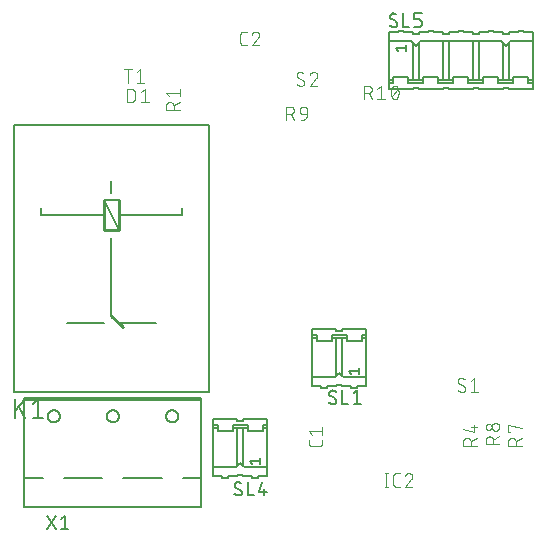
<source format=gbr>
G04 EAGLE Gerber RS-274X export*
G75*
%MOMM*%
%FSLAX34Y34*%
%LPD*%
%INSilkscreen Top*%
%IPPOS*%
%AMOC8*
5,1,8,0,0,1.08239X$1,22.5*%
G01*
%ADD10C,0.101600*%
%ADD11C,0.152400*%
%ADD12C,0.254000*%
%ADD13C,0.177800*%
%ADD14C,0.127000*%


D10*
X321747Y30734D02*
X321747Y19050D01*
X320449Y19050D02*
X323046Y19050D01*
X323046Y30734D02*
X320449Y30734D01*
X330209Y19050D02*
X332806Y19050D01*
X330209Y19050D02*
X330110Y19052D01*
X330010Y19058D01*
X329911Y19067D01*
X329813Y19080D01*
X329715Y19097D01*
X329617Y19118D01*
X329521Y19143D01*
X329426Y19171D01*
X329332Y19203D01*
X329239Y19238D01*
X329147Y19277D01*
X329057Y19320D01*
X328969Y19365D01*
X328882Y19415D01*
X328798Y19467D01*
X328715Y19523D01*
X328635Y19581D01*
X328557Y19643D01*
X328482Y19708D01*
X328409Y19776D01*
X328339Y19846D01*
X328271Y19919D01*
X328206Y19994D01*
X328144Y20072D01*
X328086Y20152D01*
X328030Y20235D01*
X327978Y20319D01*
X327928Y20406D01*
X327883Y20494D01*
X327840Y20584D01*
X327801Y20676D01*
X327766Y20769D01*
X327734Y20863D01*
X327706Y20958D01*
X327681Y21054D01*
X327660Y21152D01*
X327643Y21250D01*
X327630Y21348D01*
X327621Y21447D01*
X327615Y21547D01*
X327613Y21646D01*
X327613Y28138D01*
X327615Y28237D01*
X327621Y28337D01*
X327630Y28436D01*
X327643Y28534D01*
X327660Y28632D01*
X327681Y28730D01*
X327706Y28826D01*
X327734Y28921D01*
X327766Y29015D01*
X327801Y29108D01*
X327840Y29200D01*
X327883Y29290D01*
X327928Y29378D01*
X327978Y29465D01*
X328030Y29549D01*
X328086Y29632D01*
X328144Y29712D01*
X328206Y29790D01*
X328271Y29865D01*
X328339Y29938D01*
X328409Y30008D01*
X328482Y30076D01*
X328557Y30141D01*
X328635Y30203D01*
X328715Y30261D01*
X328798Y30317D01*
X328882Y30369D01*
X328969Y30419D01*
X329057Y30464D01*
X329147Y30507D01*
X329239Y30546D01*
X329331Y30581D01*
X329426Y30613D01*
X329521Y30641D01*
X329617Y30666D01*
X329715Y30687D01*
X329813Y30704D01*
X329911Y30717D01*
X330010Y30726D01*
X330110Y30732D01*
X330209Y30734D01*
X332806Y30734D01*
X340741Y30734D02*
X340848Y30732D01*
X340954Y30726D01*
X341060Y30716D01*
X341166Y30703D01*
X341272Y30685D01*
X341376Y30664D01*
X341480Y30639D01*
X341583Y30610D01*
X341684Y30578D01*
X341784Y30541D01*
X341883Y30501D01*
X341981Y30458D01*
X342077Y30411D01*
X342171Y30360D01*
X342263Y30306D01*
X342353Y30249D01*
X342441Y30189D01*
X342526Y30125D01*
X342609Y30058D01*
X342690Y29988D01*
X342768Y29916D01*
X342844Y29840D01*
X342916Y29762D01*
X342986Y29681D01*
X343053Y29598D01*
X343117Y29513D01*
X343177Y29425D01*
X343234Y29335D01*
X343288Y29243D01*
X343339Y29149D01*
X343386Y29053D01*
X343429Y28955D01*
X343469Y28856D01*
X343506Y28756D01*
X343538Y28655D01*
X343567Y28552D01*
X343592Y28448D01*
X343613Y28344D01*
X343631Y28238D01*
X343644Y28132D01*
X343654Y28026D01*
X343660Y27920D01*
X343662Y27813D01*
X340741Y30734D02*
X340620Y30732D01*
X340499Y30726D01*
X340379Y30716D01*
X340258Y30703D01*
X340139Y30685D01*
X340019Y30664D01*
X339901Y30639D01*
X339784Y30610D01*
X339667Y30577D01*
X339552Y30541D01*
X339438Y30500D01*
X339325Y30457D01*
X339213Y30409D01*
X339104Y30358D01*
X338996Y30303D01*
X338889Y30245D01*
X338785Y30184D01*
X338683Y30119D01*
X338583Y30051D01*
X338485Y29980D01*
X338389Y29906D01*
X338296Y29829D01*
X338206Y29748D01*
X338118Y29665D01*
X338033Y29579D01*
X337950Y29490D01*
X337871Y29399D01*
X337794Y29305D01*
X337721Y29209D01*
X337651Y29111D01*
X337584Y29010D01*
X337520Y28907D01*
X337460Y28802D01*
X337403Y28695D01*
X337349Y28587D01*
X337299Y28477D01*
X337253Y28365D01*
X337210Y28252D01*
X337171Y28137D01*
X342689Y25541D02*
X342768Y25618D01*
X342844Y25699D01*
X342917Y25782D01*
X342987Y25867D01*
X343054Y25955D01*
X343118Y26045D01*
X343178Y26137D01*
X343235Y26232D01*
X343289Y26328D01*
X343340Y26426D01*
X343387Y26526D01*
X343431Y26628D01*
X343471Y26731D01*
X343507Y26835D01*
X343539Y26941D01*
X343568Y27047D01*
X343593Y27155D01*
X343615Y27263D01*
X343632Y27373D01*
X343646Y27482D01*
X343655Y27592D01*
X343661Y27703D01*
X343663Y27813D01*
X342688Y25541D02*
X337171Y19050D01*
X343662Y19050D01*
D11*
X171450Y99060D02*
X171450Y325120D01*
X171450Y99060D02*
X6350Y99060D01*
X6350Y325120D01*
X171450Y325120D01*
X148590Y255270D02*
X148590Y248920D01*
X95250Y248920D01*
D12*
X95250Y261620D01*
D11*
X82550Y261620D01*
D12*
X82550Y236220D02*
X95250Y236220D01*
X95250Y248920D01*
X82550Y248920D02*
X82550Y261620D01*
D11*
X82550Y248920D02*
X29210Y248920D01*
D12*
X82550Y248920D02*
X82550Y236220D01*
D11*
X29210Y248920D02*
X29210Y255270D01*
X82550Y261620D02*
X95250Y236220D01*
X88900Y229870D02*
X88900Y163830D01*
D12*
X95250Y157480D01*
D11*
X126238Y157480D01*
X82550Y157480D02*
X51308Y157480D01*
D12*
X95250Y157480D02*
X98298Y154178D01*
D11*
X88900Y267970D02*
X88900Y278130D01*
D13*
X7239Y93091D02*
X7239Y77089D01*
X7239Y83312D02*
X16129Y93091D01*
X10795Y86868D02*
X16129Y77089D01*
X22117Y89535D02*
X26562Y93091D01*
X26562Y77089D01*
X22117Y77089D02*
X31007Y77089D01*
D10*
X102814Y361188D02*
X102814Y372872D01*
X106059Y372872D02*
X99568Y372872D01*
X110236Y370276D02*
X113482Y372872D01*
X113482Y361188D01*
X116727Y361188D02*
X110236Y361188D01*
X102108Y356362D02*
X102108Y344678D01*
X102108Y356362D02*
X105354Y356362D01*
X105467Y356360D01*
X105580Y356354D01*
X105693Y356344D01*
X105806Y356330D01*
X105918Y356313D01*
X106029Y356291D01*
X106139Y356266D01*
X106249Y356236D01*
X106357Y356203D01*
X106464Y356166D01*
X106570Y356126D01*
X106674Y356081D01*
X106777Y356033D01*
X106878Y355982D01*
X106977Y355927D01*
X107074Y355869D01*
X107169Y355807D01*
X107262Y355742D01*
X107352Y355674D01*
X107440Y355603D01*
X107526Y355528D01*
X107609Y355451D01*
X107689Y355371D01*
X107766Y355288D01*
X107841Y355202D01*
X107912Y355114D01*
X107980Y355024D01*
X108045Y354931D01*
X108107Y354836D01*
X108165Y354739D01*
X108220Y354640D01*
X108271Y354539D01*
X108319Y354436D01*
X108364Y354332D01*
X108404Y354226D01*
X108441Y354119D01*
X108474Y354011D01*
X108504Y353901D01*
X108529Y353791D01*
X108551Y353680D01*
X108568Y353568D01*
X108582Y353455D01*
X108592Y353342D01*
X108598Y353229D01*
X108600Y353116D01*
X108599Y353116D02*
X108599Y347924D01*
X108600Y347924D02*
X108598Y347811D01*
X108592Y347698D01*
X108582Y347585D01*
X108568Y347472D01*
X108551Y347360D01*
X108529Y347249D01*
X108504Y347139D01*
X108474Y347029D01*
X108441Y346921D01*
X108404Y346814D01*
X108364Y346708D01*
X108319Y346604D01*
X108271Y346501D01*
X108220Y346400D01*
X108165Y346301D01*
X108107Y346204D01*
X108045Y346109D01*
X107980Y346016D01*
X107912Y345926D01*
X107841Y345838D01*
X107766Y345752D01*
X107689Y345669D01*
X107609Y345589D01*
X107526Y345512D01*
X107440Y345437D01*
X107352Y345366D01*
X107262Y345298D01*
X107169Y345233D01*
X107074Y345171D01*
X106977Y345113D01*
X106878Y345058D01*
X106777Y345007D01*
X106674Y344959D01*
X106570Y344914D01*
X106464Y344874D01*
X106357Y344837D01*
X106249Y344804D01*
X106139Y344774D01*
X106029Y344749D01*
X105918Y344727D01*
X105806Y344710D01*
X105693Y344696D01*
X105580Y344686D01*
X105467Y344680D01*
X105354Y344678D01*
X102108Y344678D01*
X113919Y353766D02*
X117165Y356362D01*
X117165Y344678D01*
X120410Y344678D02*
X113919Y344678D01*
X135128Y338328D02*
X146812Y338328D01*
X135128Y338328D02*
X135128Y341574D01*
X135130Y341687D01*
X135136Y341800D01*
X135146Y341913D01*
X135160Y342026D01*
X135177Y342138D01*
X135199Y342249D01*
X135224Y342359D01*
X135254Y342469D01*
X135287Y342577D01*
X135324Y342684D01*
X135364Y342790D01*
X135409Y342894D01*
X135457Y342997D01*
X135508Y343098D01*
X135563Y343197D01*
X135621Y343294D01*
X135683Y343389D01*
X135748Y343482D01*
X135816Y343572D01*
X135887Y343660D01*
X135962Y343746D01*
X136039Y343829D01*
X136119Y343909D01*
X136202Y343986D01*
X136288Y344061D01*
X136376Y344132D01*
X136466Y344200D01*
X136559Y344265D01*
X136654Y344327D01*
X136751Y344385D01*
X136850Y344440D01*
X136951Y344491D01*
X137054Y344539D01*
X137158Y344584D01*
X137264Y344624D01*
X137371Y344661D01*
X137479Y344694D01*
X137589Y344724D01*
X137699Y344749D01*
X137810Y344771D01*
X137922Y344788D01*
X138035Y344802D01*
X138148Y344812D01*
X138261Y344818D01*
X138374Y344820D01*
X138487Y344818D01*
X138600Y344812D01*
X138713Y344802D01*
X138826Y344788D01*
X138938Y344771D01*
X139049Y344749D01*
X139159Y344724D01*
X139269Y344694D01*
X139377Y344661D01*
X139484Y344624D01*
X139590Y344584D01*
X139694Y344539D01*
X139797Y344491D01*
X139898Y344440D01*
X139997Y344385D01*
X140094Y344327D01*
X140189Y344265D01*
X140282Y344200D01*
X140372Y344132D01*
X140460Y344061D01*
X140546Y343986D01*
X140629Y343909D01*
X140709Y343829D01*
X140786Y343746D01*
X140861Y343660D01*
X140932Y343572D01*
X141000Y343482D01*
X141065Y343389D01*
X141127Y343294D01*
X141185Y343197D01*
X141240Y343098D01*
X141291Y342997D01*
X141339Y342894D01*
X141384Y342790D01*
X141424Y342684D01*
X141461Y342577D01*
X141494Y342469D01*
X141524Y342359D01*
X141549Y342249D01*
X141571Y342138D01*
X141588Y342026D01*
X141602Y341913D01*
X141612Y341800D01*
X141618Y341687D01*
X141620Y341574D01*
X141619Y341574D02*
X141619Y338328D01*
X141619Y342223D02*
X146812Y344819D01*
X137724Y349684D02*
X135128Y352930D01*
X146812Y352930D01*
X146812Y356175D02*
X146812Y349684D01*
D11*
X165140Y2340D02*
X15280Y2340D01*
X165140Y92260D02*
X165140Y94290D01*
X15280Y94290D01*
X15280Y26220D02*
X15280Y2340D01*
X15280Y26220D02*
X31280Y26220D01*
X49060Y26220D02*
X81320Y26220D01*
X99100Y26220D02*
X131360Y26220D01*
X149140Y26220D02*
X165140Y26220D01*
X15280Y26220D02*
X15280Y92260D01*
X165140Y26220D02*
X165140Y2340D01*
X165140Y92260D02*
X15280Y92260D01*
X165140Y92260D02*
X165140Y26220D01*
X15280Y92260D02*
X15280Y94290D01*
X35090Y79048D02*
X35092Y79190D01*
X35098Y79333D01*
X35108Y79475D01*
X35122Y79617D01*
X35140Y79758D01*
X35162Y79899D01*
X35188Y80039D01*
X35217Y80178D01*
X35251Y80317D01*
X35289Y80454D01*
X35330Y80591D01*
X35375Y80726D01*
X35424Y80860D01*
X35477Y80992D01*
X35533Y81123D01*
X35593Y81252D01*
X35657Y81380D01*
X35724Y81505D01*
X35795Y81629D01*
X35869Y81751D01*
X35946Y81870D01*
X36027Y81988D01*
X36111Y82103D01*
X36198Y82215D01*
X36289Y82325D01*
X36382Y82433D01*
X36479Y82538D01*
X36578Y82640D01*
X36680Y82739D01*
X36785Y82836D01*
X36893Y82929D01*
X37003Y83020D01*
X37115Y83107D01*
X37230Y83191D01*
X37348Y83272D01*
X37467Y83349D01*
X37589Y83423D01*
X37713Y83494D01*
X37838Y83561D01*
X37966Y83625D01*
X38095Y83685D01*
X38226Y83741D01*
X38358Y83794D01*
X38492Y83843D01*
X38627Y83888D01*
X38764Y83929D01*
X38901Y83967D01*
X39040Y84001D01*
X39179Y84030D01*
X39319Y84056D01*
X39460Y84078D01*
X39601Y84096D01*
X39743Y84110D01*
X39885Y84120D01*
X40028Y84126D01*
X40170Y84128D01*
X40312Y84126D01*
X40455Y84120D01*
X40597Y84110D01*
X40739Y84096D01*
X40880Y84078D01*
X41021Y84056D01*
X41161Y84030D01*
X41300Y84001D01*
X41439Y83967D01*
X41576Y83929D01*
X41713Y83888D01*
X41848Y83843D01*
X41982Y83794D01*
X42114Y83741D01*
X42245Y83685D01*
X42374Y83625D01*
X42502Y83561D01*
X42627Y83494D01*
X42751Y83423D01*
X42873Y83349D01*
X42992Y83272D01*
X43110Y83191D01*
X43225Y83107D01*
X43337Y83020D01*
X43447Y82929D01*
X43555Y82836D01*
X43660Y82739D01*
X43762Y82640D01*
X43861Y82538D01*
X43958Y82433D01*
X44051Y82325D01*
X44142Y82215D01*
X44229Y82103D01*
X44313Y81988D01*
X44394Y81870D01*
X44471Y81751D01*
X44545Y81629D01*
X44616Y81505D01*
X44683Y81380D01*
X44747Y81252D01*
X44807Y81123D01*
X44863Y80992D01*
X44916Y80860D01*
X44965Y80726D01*
X45010Y80591D01*
X45051Y80454D01*
X45089Y80317D01*
X45123Y80178D01*
X45152Y80039D01*
X45178Y79899D01*
X45200Y79758D01*
X45218Y79617D01*
X45232Y79475D01*
X45242Y79333D01*
X45248Y79190D01*
X45250Y79048D01*
X45248Y78906D01*
X45242Y78763D01*
X45232Y78621D01*
X45218Y78479D01*
X45200Y78338D01*
X45178Y78197D01*
X45152Y78057D01*
X45123Y77918D01*
X45089Y77779D01*
X45051Y77642D01*
X45010Y77505D01*
X44965Y77370D01*
X44916Y77236D01*
X44863Y77104D01*
X44807Y76973D01*
X44747Y76844D01*
X44683Y76716D01*
X44616Y76591D01*
X44545Y76467D01*
X44471Y76345D01*
X44394Y76226D01*
X44313Y76108D01*
X44229Y75993D01*
X44142Y75881D01*
X44051Y75771D01*
X43958Y75663D01*
X43861Y75558D01*
X43762Y75456D01*
X43660Y75357D01*
X43555Y75260D01*
X43447Y75167D01*
X43337Y75076D01*
X43225Y74989D01*
X43110Y74905D01*
X42992Y74824D01*
X42873Y74747D01*
X42751Y74673D01*
X42627Y74602D01*
X42502Y74535D01*
X42374Y74471D01*
X42245Y74411D01*
X42114Y74355D01*
X41982Y74302D01*
X41848Y74253D01*
X41713Y74208D01*
X41576Y74167D01*
X41439Y74129D01*
X41300Y74095D01*
X41161Y74066D01*
X41021Y74040D01*
X40880Y74018D01*
X40739Y74000D01*
X40597Y73986D01*
X40455Y73976D01*
X40312Y73970D01*
X40170Y73968D01*
X40028Y73970D01*
X39885Y73976D01*
X39743Y73986D01*
X39601Y74000D01*
X39460Y74018D01*
X39319Y74040D01*
X39179Y74066D01*
X39040Y74095D01*
X38901Y74129D01*
X38764Y74167D01*
X38627Y74208D01*
X38492Y74253D01*
X38358Y74302D01*
X38226Y74355D01*
X38095Y74411D01*
X37966Y74471D01*
X37838Y74535D01*
X37713Y74602D01*
X37589Y74673D01*
X37467Y74747D01*
X37348Y74824D01*
X37230Y74905D01*
X37115Y74989D01*
X37003Y75076D01*
X36893Y75167D01*
X36785Y75260D01*
X36680Y75357D01*
X36578Y75456D01*
X36479Y75558D01*
X36382Y75663D01*
X36289Y75771D01*
X36198Y75881D01*
X36111Y75993D01*
X36027Y76108D01*
X35946Y76226D01*
X35869Y76345D01*
X35795Y76467D01*
X35724Y76591D01*
X35657Y76716D01*
X35593Y76844D01*
X35533Y76973D01*
X35477Y77104D01*
X35424Y77236D01*
X35375Y77370D01*
X35330Y77505D01*
X35289Y77642D01*
X35251Y77779D01*
X35217Y77918D01*
X35188Y78057D01*
X35162Y78197D01*
X35140Y78338D01*
X35122Y78479D01*
X35108Y78621D01*
X35098Y78763D01*
X35092Y78906D01*
X35090Y79048D01*
X135166Y79048D02*
X135168Y79190D01*
X135174Y79333D01*
X135184Y79475D01*
X135198Y79617D01*
X135216Y79758D01*
X135238Y79899D01*
X135264Y80039D01*
X135293Y80178D01*
X135327Y80317D01*
X135365Y80454D01*
X135406Y80591D01*
X135451Y80726D01*
X135500Y80860D01*
X135553Y80992D01*
X135609Y81123D01*
X135669Y81252D01*
X135733Y81380D01*
X135800Y81505D01*
X135871Y81629D01*
X135945Y81751D01*
X136022Y81870D01*
X136103Y81988D01*
X136187Y82103D01*
X136274Y82215D01*
X136365Y82325D01*
X136458Y82433D01*
X136555Y82538D01*
X136654Y82640D01*
X136756Y82739D01*
X136861Y82836D01*
X136969Y82929D01*
X137079Y83020D01*
X137191Y83107D01*
X137306Y83191D01*
X137424Y83272D01*
X137543Y83349D01*
X137665Y83423D01*
X137789Y83494D01*
X137914Y83561D01*
X138042Y83625D01*
X138171Y83685D01*
X138302Y83741D01*
X138434Y83794D01*
X138568Y83843D01*
X138703Y83888D01*
X138840Y83929D01*
X138977Y83967D01*
X139116Y84001D01*
X139255Y84030D01*
X139395Y84056D01*
X139536Y84078D01*
X139677Y84096D01*
X139819Y84110D01*
X139961Y84120D01*
X140104Y84126D01*
X140246Y84128D01*
X140388Y84126D01*
X140531Y84120D01*
X140673Y84110D01*
X140815Y84096D01*
X140956Y84078D01*
X141097Y84056D01*
X141237Y84030D01*
X141376Y84001D01*
X141515Y83967D01*
X141652Y83929D01*
X141789Y83888D01*
X141924Y83843D01*
X142058Y83794D01*
X142190Y83741D01*
X142321Y83685D01*
X142450Y83625D01*
X142578Y83561D01*
X142703Y83494D01*
X142827Y83423D01*
X142949Y83349D01*
X143068Y83272D01*
X143186Y83191D01*
X143301Y83107D01*
X143413Y83020D01*
X143523Y82929D01*
X143631Y82836D01*
X143736Y82739D01*
X143838Y82640D01*
X143937Y82538D01*
X144034Y82433D01*
X144127Y82325D01*
X144218Y82215D01*
X144305Y82103D01*
X144389Y81988D01*
X144470Y81870D01*
X144547Y81751D01*
X144621Y81629D01*
X144692Y81505D01*
X144759Y81380D01*
X144823Y81252D01*
X144883Y81123D01*
X144939Y80992D01*
X144992Y80860D01*
X145041Y80726D01*
X145086Y80591D01*
X145127Y80454D01*
X145165Y80317D01*
X145199Y80178D01*
X145228Y80039D01*
X145254Y79899D01*
X145276Y79758D01*
X145294Y79617D01*
X145308Y79475D01*
X145318Y79333D01*
X145324Y79190D01*
X145326Y79048D01*
X145324Y78906D01*
X145318Y78763D01*
X145308Y78621D01*
X145294Y78479D01*
X145276Y78338D01*
X145254Y78197D01*
X145228Y78057D01*
X145199Y77918D01*
X145165Y77779D01*
X145127Y77642D01*
X145086Y77505D01*
X145041Y77370D01*
X144992Y77236D01*
X144939Y77104D01*
X144883Y76973D01*
X144823Y76844D01*
X144759Y76716D01*
X144692Y76591D01*
X144621Y76467D01*
X144547Y76345D01*
X144470Y76226D01*
X144389Y76108D01*
X144305Y75993D01*
X144218Y75881D01*
X144127Y75771D01*
X144034Y75663D01*
X143937Y75558D01*
X143838Y75456D01*
X143736Y75357D01*
X143631Y75260D01*
X143523Y75167D01*
X143413Y75076D01*
X143301Y74989D01*
X143186Y74905D01*
X143068Y74824D01*
X142949Y74747D01*
X142827Y74673D01*
X142703Y74602D01*
X142578Y74535D01*
X142450Y74471D01*
X142321Y74411D01*
X142190Y74355D01*
X142058Y74302D01*
X141924Y74253D01*
X141789Y74208D01*
X141652Y74167D01*
X141515Y74129D01*
X141376Y74095D01*
X141237Y74066D01*
X141097Y74040D01*
X140956Y74018D01*
X140815Y74000D01*
X140673Y73986D01*
X140531Y73976D01*
X140388Y73970D01*
X140246Y73968D01*
X140104Y73970D01*
X139961Y73976D01*
X139819Y73986D01*
X139677Y74000D01*
X139536Y74018D01*
X139395Y74040D01*
X139255Y74066D01*
X139116Y74095D01*
X138977Y74129D01*
X138840Y74167D01*
X138703Y74208D01*
X138568Y74253D01*
X138434Y74302D01*
X138302Y74355D01*
X138171Y74411D01*
X138042Y74471D01*
X137914Y74535D01*
X137789Y74602D01*
X137665Y74673D01*
X137543Y74747D01*
X137424Y74824D01*
X137306Y74905D01*
X137191Y74989D01*
X137079Y75076D01*
X136969Y75167D01*
X136861Y75260D01*
X136756Y75357D01*
X136654Y75456D01*
X136555Y75558D01*
X136458Y75663D01*
X136365Y75771D01*
X136274Y75881D01*
X136187Y75993D01*
X136103Y76108D01*
X136022Y76226D01*
X135945Y76345D01*
X135871Y76467D01*
X135800Y76591D01*
X135733Y76716D01*
X135669Y76844D01*
X135609Y76973D01*
X135553Y77104D01*
X135500Y77236D01*
X135451Y77370D01*
X135406Y77505D01*
X135365Y77642D01*
X135327Y77779D01*
X135293Y77918D01*
X135264Y78057D01*
X135238Y78197D01*
X135216Y78338D01*
X135198Y78479D01*
X135184Y78621D01*
X135174Y78763D01*
X135168Y78906D01*
X135166Y79048D01*
X85128Y79048D02*
X85130Y79190D01*
X85136Y79333D01*
X85146Y79475D01*
X85160Y79617D01*
X85178Y79758D01*
X85200Y79899D01*
X85226Y80039D01*
X85255Y80178D01*
X85289Y80317D01*
X85327Y80454D01*
X85368Y80591D01*
X85413Y80726D01*
X85462Y80860D01*
X85515Y80992D01*
X85571Y81123D01*
X85631Y81252D01*
X85695Y81380D01*
X85762Y81505D01*
X85833Y81629D01*
X85907Y81751D01*
X85984Y81870D01*
X86065Y81988D01*
X86149Y82103D01*
X86236Y82215D01*
X86327Y82325D01*
X86420Y82433D01*
X86517Y82538D01*
X86616Y82640D01*
X86718Y82739D01*
X86823Y82836D01*
X86931Y82929D01*
X87041Y83020D01*
X87153Y83107D01*
X87268Y83191D01*
X87386Y83272D01*
X87505Y83349D01*
X87627Y83423D01*
X87751Y83494D01*
X87876Y83561D01*
X88004Y83625D01*
X88133Y83685D01*
X88264Y83741D01*
X88396Y83794D01*
X88530Y83843D01*
X88665Y83888D01*
X88802Y83929D01*
X88939Y83967D01*
X89078Y84001D01*
X89217Y84030D01*
X89357Y84056D01*
X89498Y84078D01*
X89639Y84096D01*
X89781Y84110D01*
X89923Y84120D01*
X90066Y84126D01*
X90208Y84128D01*
X90350Y84126D01*
X90493Y84120D01*
X90635Y84110D01*
X90777Y84096D01*
X90918Y84078D01*
X91059Y84056D01*
X91199Y84030D01*
X91338Y84001D01*
X91477Y83967D01*
X91614Y83929D01*
X91751Y83888D01*
X91886Y83843D01*
X92020Y83794D01*
X92152Y83741D01*
X92283Y83685D01*
X92412Y83625D01*
X92540Y83561D01*
X92665Y83494D01*
X92789Y83423D01*
X92911Y83349D01*
X93030Y83272D01*
X93148Y83191D01*
X93263Y83107D01*
X93375Y83020D01*
X93485Y82929D01*
X93593Y82836D01*
X93698Y82739D01*
X93800Y82640D01*
X93899Y82538D01*
X93996Y82433D01*
X94089Y82325D01*
X94180Y82215D01*
X94267Y82103D01*
X94351Y81988D01*
X94432Y81870D01*
X94509Y81751D01*
X94583Y81629D01*
X94654Y81505D01*
X94721Y81380D01*
X94785Y81252D01*
X94845Y81123D01*
X94901Y80992D01*
X94954Y80860D01*
X95003Y80726D01*
X95048Y80591D01*
X95089Y80454D01*
X95127Y80317D01*
X95161Y80178D01*
X95190Y80039D01*
X95216Y79899D01*
X95238Y79758D01*
X95256Y79617D01*
X95270Y79475D01*
X95280Y79333D01*
X95286Y79190D01*
X95288Y79048D01*
X95286Y78906D01*
X95280Y78763D01*
X95270Y78621D01*
X95256Y78479D01*
X95238Y78338D01*
X95216Y78197D01*
X95190Y78057D01*
X95161Y77918D01*
X95127Y77779D01*
X95089Y77642D01*
X95048Y77505D01*
X95003Y77370D01*
X94954Y77236D01*
X94901Y77104D01*
X94845Y76973D01*
X94785Y76844D01*
X94721Y76716D01*
X94654Y76591D01*
X94583Y76467D01*
X94509Y76345D01*
X94432Y76226D01*
X94351Y76108D01*
X94267Y75993D01*
X94180Y75881D01*
X94089Y75771D01*
X93996Y75663D01*
X93899Y75558D01*
X93800Y75456D01*
X93698Y75357D01*
X93593Y75260D01*
X93485Y75167D01*
X93375Y75076D01*
X93263Y74989D01*
X93148Y74905D01*
X93030Y74824D01*
X92911Y74747D01*
X92789Y74673D01*
X92665Y74602D01*
X92540Y74535D01*
X92412Y74471D01*
X92283Y74411D01*
X92152Y74355D01*
X92020Y74302D01*
X91886Y74253D01*
X91751Y74208D01*
X91614Y74167D01*
X91477Y74129D01*
X91338Y74095D01*
X91199Y74066D01*
X91059Y74040D01*
X90918Y74018D01*
X90777Y74000D01*
X90635Y73986D01*
X90493Y73976D01*
X90350Y73970D01*
X90208Y73968D01*
X90066Y73970D01*
X89923Y73976D01*
X89781Y73986D01*
X89639Y74000D01*
X89498Y74018D01*
X89357Y74040D01*
X89217Y74066D01*
X89078Y74095D01*
X88939Y74129D01*
X88802Y74167D01*
X88665Y74208D01*
X88530Y74253D01*
X88396Y74302D01*
X88264Y74355D01*
X88133Y74411D01*
X88004Y74471D01*
X87876Y74535D01*
X87751Y74602D01*
X87627Y74673D01*
X87505Y74747D01*
X87386Y74824D01*
X87268Y74905D01*
X87153Y74989D01*
X87041Y75076D01*
X86931Y75167D01*
X86823Y75260D01*
X86718Y75357D01*
X86616Y75456D01*
X86517Y75558D01*
X86420Y75663D01*
X86327Y75771D01*
X86236Y75881D01*
X86149Y75993D01*
X86065Y76108D01*
X85984Y76226D01*
X85907Y76345D01*
X85833Y76467D01*
X85762Y76591D01*
X85695Y76716D01*
X85631Y76844D01*
X85571Y76973D01*
X85515Y77104D01*
X85462Y77236D01*
X85413Y77370D01*
X85368Y77505D01*
X85327Y77642D01*
X85289Y77779D01*
X85255Y77918D01*
X85226Y78057D01*
X85200Y78197D01*
X85178Y78338D01*
X85160Y78479D01*
X85146Y78621D01*
X85136Y78763D01*
X85130Y78906D01*
X85128Y79048D01*
D14*
X41567Y-5407D02*
X33947Y-16837D01*
X41567Y-16837D02*
X33947Y-5407D01*
X46012Y-7947D02*
X49187Y-5407D01*
X49187Y-16837D01*
X46012Y-16837D02*
X52362Y-16837D01*
D10*
X385897Y99568D02*
X385996Y99570D01*
X386096Y99576D01*
X386195Y99585D01*
X386293Y99598D01*
X386391Y99615D01*
X386489Y99636D01*
X386585Y99661D01*
X386680Y99689D01*
X386774Y99721D01*
X386867Y99756D01*
X386959Y99795D01*
X387049Y99838D01*
X387137Y99883D01*
X387224Y99933D01*
X387308Y99985D01*
X387391Y100041D01*
X387471Y100099D01*
X387549Y100161D01*
X387624Y100226D01*
X387697Y100294D01*
X387767Y100364D01*
X387835Y100437D01*
X387900Y100512D01*
X387962Y100590D01*
X388020Y100670D01*
X388076Y100753D01*
X388128Y100837D01*
X388178Y100924D01*
X388223Y101012D01*
X388266Y101102D01*
X388305Y101194D01*
X388340Y101287D01*
X388372Y101381D01*
X388400Y101476D01*
X388425Y101572D01*
X388446Y101670D01*
X388463Y101768D01*
X388476Y101866D01*
X388485Y101965D01*
X388491Y102065D01*
X388493Y102164D01*
X385897Y99568D02*
X385753Y99570D01*
X385608Y99576D01*
X385464Y99585D01*
X385321Y99598D01*
X385177Y99615D01*
X385034Y99636D01*
X384892Y99661D01*
X384751Y99689D01*
X384610Y99721D01*
X384470Y99757D01*
X384331Y99796D01*
X384193Y99839D01*
X384057Y99886D01*
X383921Y99936D01*
X383787Y99990D01*
X383655Y100047D01*
X383524Y100108D01*
X383395Y100172D01*
X383267Y100240D01*
X383141Y100310D01*
X383017Y100385D01*
X382896Y100462D01*
X382776Y100543D01*
X382658Y100626D01*
X382543Y100713D01*
X382430Y100803D01*
X382319Y100896D01*
X382211Y100991D01*
X382105Y101090D01*
X382002Y101191D01*
X382327Y108656D02*
X382329Y108755D01*
X382335Y108855D01*
X382344Y108954D01*
X382357Y109052D01*
X382374Y109150D01*
X382395Y109248D01*
X382420Y109344D01*
X382448Y109439D01*
X382480Y109533D01*
X382515Y109626D01*
X382554Y109718D01*
X382597Y109808D01*
X382642Y109896D01*
X382692Y109983D01*
X382744Y110067D01*
X382800Y110150D01*
X382858Y110230D01*
X382920Y110308D01*
X382985Y110383D01*
X383053Y110456D01*
X383123Y110526D01*
X383196Y110594D01*
X383271Y110659D01*
X383349Y110721D01*
X383429Y110779D01*
X383512Y110835D01*
X383596Y110887D01*
X383683Y110937D01*
X383771Y110982D01*
X383861Y111025D01*
X383953Y111064D01*
X384046Y111099D01*
X384140Y111131D01*
X384235Y111159D01*
X384332Y111184D01*
X384429Y111205D01*
X384527Y111222D01*
X384625Y111235D01*
X384724Y111244D01*
X384824Y111250D01*
X384923Y111252D01*
X385059Y111250D01*
X385195Y111244D01*
X385331Y111235D01*
X385467Y111222D01*
X385602Y111204D01*
X385736Y111184D01*
X385870Y111159D01*
X386004Y111131D01*
X386136Y111098D01*
X386267Y111063D01*
X386398Y111023D01*
X386527Y110980D01*
X386655Y110934D01*
X386781Y110883D01*
X386907Y110830D01*
X387030Y110772D01*
X387152Y110712D01*
X387272Y110648D01*
X387391Y110580D01*
X387507Y110510D01*
X387621Y110436D01*
X387734Y110359D01*
X387844Y110278D01*
X383624Y106384D02*
X383538Y106437D01*
X383454Y106494D01*
X383372Y106553D01*
X383292Y106616D01*
X383215Y106682D01*
X383140Y106750D01*
X383068Y106822D01*
X382999Y106896D01*
X382933Y106973D01*
X382870Y107052D01*
X382810Y107134D01*
X382753Y107218D01*
X382699Y107304D01*
X382649Y107392D01*
X382602Y107482D01*
X382558Y107573D01*
X382519Y107667D01*
X382482Y107761D01*
X382450Y107857D01*
X382421Y107955D01*
X382396Y108053D01*
X382375Y108152D01*
X382357Y108252D01*
X382344Y108352D01*
X382334Y108453D01*
X382328Y108555D01*
X382326Y108656D01*
X387195Y104436D02*
X387281Y104383D01*
X387365Y104326D01*
X387447Y104267D01*
X387527Y104204D01*
X387604Y104138D01*
X387679Y104070D01*
X387751Y103998D01*
X387820Y103924D01*
X387886Y103847D01*
X387949Y103768D01*
X388009Y103686D01*
X388066Y103602D01*
X388120Y103516D01*
X388170Y103428D01*
X388217Y103338D01*
X388261Y103247D01*
X388300Y103153D01*
X388337Y103059D01*
X388369Y102963D01*
X388398Y102865D01*
X388423Y102767D01*
X388444Y102668D01*
X388462Y102568D01*
X388475Y102468D01*
X388485Y102367D01*
X388491Y102265D01*
X388493Y102164D01*
X387195Y104436D02*
X383625Y106384D01*
X393051Y108656D02*
X396296Y111252D01*
X396296Y99568D01*
X393051Y99568D02*
X399542Y99568D01*
X267462Y59041D02*
X267462Y56444D01*
X267460Y56345D01*
X267454Y56245D01*
X267445Y56146D01*
X267432Y56048D01*
X267415Y55950D01*
X267394Y55852D01*
X267369Y55756D01*
X267341Y55661D01*
X267309Y55567D01*
X267274Y55474D01*
X267235Y55382D01*
X267192Y55292D01*
X267147Y55204D01*
X267097Y55117D01*
X267045Y55033D01*
X266989Y54950D01*
X266931Y54870D01*
X266869Y54792D01*
X266804Y54717D01*
X266736Y54644D01*
X266666Y54574D01*
X266593Y54506D01*
X266518Y54441D01*
X266440Y54379D01*
X266360Y54321D01*
X266277Y54265D01*
X266193Y54213D01*
X266106Y54163D01*
X266018Y54118D01*
X265928Y54075D01*
X265836Y54036D01*
X265743Y54001D01*
X265649Y53969D01*
X265554Y53941D01*
X265458Y53916D01*
X265360Y53895D01*
X265262Y53878D01*
X265164Y53865D01*
X265065Y53856D01*
X264965Y53850D01*
X264866Y53848D01*
X258374Y53848D01*
X258275Y53850D01*
X258175Y53856D01*
X258076Y53865D01*
X257978Y53878D01*
X257880Y53896D01*
X257782Y53916D01*
X257686Y53941D01*
X257590Y53969D01*
X257496Y54001D01*
X257403Y54036D01*
X257312Y54075D01*
X257222Y54118D01*
X257133Y54163D01*
X257047Y54213D01*
X256962Y54265D01*
X256880Y54321D01*
X256800Y54380D01*
X256722Y54441D01*
X256646Y54506D01*
X256573Y54574D01*
X256503Y54644D01*
X256435Y54717D01*
X256370Y54793D01*
X256309Y54871D01*
X256250Y54951D01*
X256194Y55033D01*
X256142Y55118D01*
X256093Y55204D01*
X256047Y55293D01*
X256004Y55383D01*
X255965Y55474D01*
X255930Y55567D01*
X255898Y55661D01*
X255870Y55757D01*
X255845Y55853D01*
X255825Y55951D01*
X255807Y56049D01*
X255794Y56147D01*
X255785Y56246D01*
X255779Y56345D01*
X255777Y56445D01*
X255778Y56444D02*
X255778Y59041D01*
X258374Y63406D02*
X255778Y66652D01*
X267462Y66652D01*
X267462Y69897D02*
X267462Y63406D01*
X203266Y392938D02*
X200669Y392938D01*
X200570Y392940D01*
X200470Y392946D01*
X200371Y392955D01*
X200273Y392968D01*
X200175Y392985D01*
X200077Y393006D01*
X199981Y393031D01*
X199886Y393059D01*
X199792Y393091D01*
X199699Y393126D01*
X199607Y393165D01*
X199517Y393208D01*
X199429Y393253D01*
X199342Y393303D01*
X199258Y393355D01*
X199175Y393411D01*
X199095Y393469D01*
X199017Y393531D01*
X198942Y393596D01*
X198869Y393664D01*
X198799Y393734D01*
X198731Y393807D01*
X198666Y393882D01*
X198604Y393960D01*
X198546Y394040D01*
X198490Y394123D01*
X198438Y394207D01*
X198388Y394294D01*
X198343Y394382D01*
X198300Y394472D01*
X198261Y394564D01*
X198226Y394657D01*
X198194Y394751D01*
X198166Y394846D01*
X198141Y394942D01*
X198120Y395040D01*
X198103Y395138D01*
X198090Y395236D01*
X198081Y395335D01*
X198075Y395435D01*
X198073Y395534D01*
X198073Y402026D01*
X198075Y402125D01*
X198081Y402225D01*
X198090Y402324D01*
X198103Y402422D01*
X198120Y402520D01*
X198141Y402618D01*
X198166Y402714D01*
X198194Y402809D01*
X198226Y402903D01*
X198261Y402996D01*
X198300Y403088D01*
X198343Y403178D01*
X198388Y403266D01*
X198438Y403353D01*
X198490Y403437D01*
X198546Y403520D01*
X198604Y403600D01*
X198666Y403678D01*
X198731Y403753D01*
X198799Y403826D01*
X198869Y403896D01*
X198942Y403964D01*
X199017Y404029D01*
X199095Y404091D01*
X199175Y404149D01*
X199258Y404205D01*
X199342Y404257D01*
X199429Y404307D01*
X199517Y404352D01*
X199607Y404395D01*
X199699Y404434D01*
X199791Y404469D01*
X199886Y404501D01*
X199981Y404529D01*
X200077Y404554D01*
X200175Y404575D01*
X200273Y404592D01*
X200371Y404605D01*
X200470Y404614D01*
X200570Y404620D01*
X200669Y404622D01*
X203266Y404622D01*
X211201Y404622D02*
X211308Y404620D01*
X211414Y404614D01*
X211520Y404604D01*
X211626Y404591D01*
X211732Y404573D01*
X211836Y404552D01*
X211940Y404527D01*
X212043Y404498D01*
X212144Y404466D01*
X212244Y404429D01*
X212343Y404389D01*
X212441Y404346D01*
X212537Y404299D01*
X212631Y404248D01*
X212723Y404194D01*
X212813Y404137D01*
X212901Y404077D01*
X212986Y404013D01*
X213069Y403946D01*
X213150Y403876D01*
X213228Y403804D01*
X213304Y403728D01*
X213376Y403650D01*
X213446Y403569D01*
X213513Y403486D01*
X213577Y403401D01*
X213637Y403313D01*
X213694Y403223D01*
X213748Y403131D01*
X213799Y403037D01*
X213846Y402941D01*
X213889Y402843D01*
X213929Y402744D01*
X213966Y402644D01*
X213998Y402543D01*
X214027Y402440D01*
X214052Y402336D01*
X214073Y402232D01*
X214091Y402126D01*
X214104Y402020D01*
X214114Y401914D01*
X214120Y401808D01*
X214122Y401701D01*
X211201Y404622D02*
X211080Y404620D01*
X210959Y404614D01*
X210839Y404604D01*
X210718Y404591D01*
X210599Y404573D01*
X210479Y404552D01*
X210361Y404527D01*
X210244Y404498D01*
X210127Y404465D01*
X210012Y404429D01*
X209898Y404388D01*
X209785Y404345D01*
X209673Y404297D01*
X209564Y404246D01*
X209456Y404191D01*
X209349Y404133D01*
X209245Y404072D01*
X209143Y404007D01*
X209043Y403939D01*
X208945Y403868D01*
X208849Y403794D01*
X208756Y403717D01*
X208666Y403636D01*
X208578Y403553D01*
X208493Y403467D01*
X208410Y403378D01*
X208331Y403287D01*
X208254Y403193D01*
X208181Y403097D01*
X208111Y402999D01*
X208044Y402898D01*
X207980Y402795D01*
X207920Y402690D01*
X207863Y402583D01*
X207809Y402475D01*
X207759Y402365D01*
X207713Y402253D01*
X207670Y402140D01*
X207631Y402025D01*
X213149Y399429D02*
X213228Y399506D01*
X213304Y399587D01*
X213377Y399670D01*
X213447Y399755D01*
X213514Y399843D01*
X213578Y399933D01*
X213638Y400025D01*
X213695Y400120D01*
X213749Y400216D01*
X213800Y400314D01*
X213847Y400414D01*
X213891Y400516D01*
X213931Y400619D01*
X213967Y400723D01*
X213999Y400829D01*
X214028Y400935D01*
X214053Y401043D01*
X214075Y401151D01*
X214092Y401261D01*
X214106Y401370D01*
X214115Y401480D01*
X214121Y401591D01*
X214123Y401701D01*
X213148Y399429D02*
X207631Y392938D01*
X214122Y392938D01*
D11*
X304800Y111760D02*
X304800Y104140D01*
X304800Y111760D02*
X285750Y111760D01*
X284480Y113030D01*
X281940Y115570D01*
X279400Y113030D01*
X278130Y111760D01*
X284480Y151130D02*
X284480Y152400D01*
X304800Y152400D01*
X284480Y151130D02*
X279400Y151130D01*
X279400Y152400D01*
X259080Y152400D01*
X259080Y111760D02*
X278130Y111760D01*
X259080Y111760D02*
X259080Y104140D01*
X304800Y111760D02*
X304800Y144780D01*
X304800Y147320D02*
X304800Y152400D01*
X304800Y147320D02*
X300990Y147320D01*
X259080Y147320D02*
X259080Y152400D01*
X259080Y147320D02*
X262890Y147320D01*
X259080Y144780D02*
X259080Y111760D01*
X262890Y144780D02*
X262890Y147320D01*
X262890Y142240D02*
X275590Y142240D01*
X288290Y144780D02*
X288290Y147320D01*
X300990Y147320D02*
X300990Y144780D01*
X300990Y142240D02*
X288290Y142240D01*
X288290Y147320D02*
X275590Y147320D01*
X288290Y144780D02*
X288290Y142240D01*
X275590Y144780D02*
X275590Y147320D01*
X275590Y144780D02*
X275590Y142240D01*
X275590Y144780D02*
X279400Y144780D01*
X279400Y113030D01*
X284480Y144780D02*
X288290Y144780D01*
X284480Y144780D02*
X279400Y144780D01*
X284480Y144780D02*
X284480Y113030D01*
X262890Y144780D02*
X259080Y144780D01*
X262890Y144780D02*
X262890Y142240D01*
X259080Y144780D02*
X259080Y147320D01*
X300990Y144780D02*
X304800Y144780D01*
X300990Y144780D02*
X300990Y142240D01*
X304800Y144780D02*
X304800Y147320D01*
X304800Y104140D02*
X297180Y104140D01*
X297180Y102870D01*
X292100Y102870D02*
X292100Y104140D01*
X292100Y102870D02*
X297180Y102870D01*
X271780Y102870D02*
X271780Y104140D01*
X266700Y104140D02*
X259080Y104140D01*
X266700Y104140D02*
X266700Y102870D01*
X271780Y102870D01*
X279400Y104140D02*
X279400Y105410D01*
X279400Y104140D02*
X271780Y104140D01*
X279400Y105410D02*
X284480Y105410D01*
X284480Y104140D01*
X292100Y104140D01*
D14*
X292114Y114709D02*
X290195Y117108D01*
X298831Y117108D01*
X298831Y114709D02*
X298831Y119507D01*
X279400Y91821D02*
X279398Y91721D01*
X279392Y91622D01*
X279382Y91522D01*
X279369Y91424D01*
X279351Y91325D01*
X279330Y91228D01*
X279305Y91132D01*
X279276Y91036D01*
X279243Y90942D01*
X279207Y90849D01*
X279167Y90758D01*
X279123Y90668D01*
X279076Y90580D01*
X279026Y90494D01*
X278972Y90410D01*
X278915Y90328D01*
X278855Y90249D01*
X278791Y90171D01*
X278725Y90097D01*
X278656Y90025D01*
X278584Y89956D01*
X278510Y89890D01*
X278432Y89826D01*
X278353Y89766D01*
X278271Y89709D01*
X278187Y89655D01*
X278101Y89605D01*
X278013Y89558D01*
X277923Y89514D01*
X277832Y89474D01*
X277739Y89438D01*
X277645Y89405D01*
X277549Y89376D01*
X277453Y89351D01*
X277356Y89330D01*
X277257Y89312D01*
X277159Y89299D01*
X277059Y89289D01*
X276960Y89283D01*
X276860Y89281D01*
X276719Y89283D01*
X276578Y89288D01*
X276437Y89298D01*
X276296Y89311D01*
X276156Y89327D01*
X276016Y89348D01*
X275877Y89372D01*
X275738Y89400D01*
X275601Y89431D01*
X275464Y89466D01*
X275328Y89504D01*
X275193Y89546D01*
X275060Y89592D01*
X274927Y89641D01*
X274796Y89694D01*
X274667Y89750D01*
X274538Y89809D01*
X274412Y89872D01*
X274287Y89938D01*
X274164Y90007D01*
X274043Y90080D01*
X273924Y90156D01*
X273806Y90235D01*
X273691Y90316D01*
X273579Y90401D01*
X273468Y90489D01*
X273360Y90580D01*
X273254Y90673D01*
X273151Y90770D01*
X273050Y90869D01*
X273368Y98171D02*
X273370Y98271D01*
X273376Y98370D01*
X273386Y98470D01*
X273399Y98568D01*
X273417Y98667D01*
X273438Y98764D01*
X273463Y98860D01*
X273492Y98956D01*
X273525Y99050D01*
X273561Y99143D01*
X273601Y99234D01*
X273645Y99324D01*
X273692Y99412D01*
X273742Y99498D01*
X273796Y99582D01*
X273853Y99664D01*
X273913Y99743D01*
X273977Y99821D01*
X274043Y99895D01*
X274112Y99967D01*
X274184Y100036D01*
X274258Y100102D01*
X274336Y100166D01*
X274415Y100226D01*
X274497Y100283D01*
X274581Y100337D01*
X274667Y100387D01*
X274755Y100434D01*
X274845Y100478D01*
X274936Y100518D01*
X275029Y100554D01*
X275123Y100587D01*
X275219Y100616D01*
X275315Y100641D01*
X275412Y100662D01*
X275511Y100680D01*
X275609Y100693D01*
X275709Y100703D01*
X275808Y100709D01*
X275908Y100711D01*
X275908Y100712D02*
X276041Y100710D01*
X276174Y100705D01*
X276307Y100695D01*
X276440Y100682D01*
X276572Y100665D01*
X276704Y100645D01*
X276835Y100621D01*
X276965Y100593D01*
X277095Y100562D01*
X277223Y100527D01*
X277351Y100488D01*
X277477Y100446D01*
X277602Y100400D01*
X277726Y100351D01*
X277849Y100299D01*
X277970Y100243D01*
X278089Y100183D01*
X278207Y100121D01*
X278322Y100055D01*
X278436Y99986D01*
X278548Y99913D01*
X278658Y99838D01*
X278766Y99759D01*
X274637Y95948D02*
X274553Y96000D01*
X274470Y96055D01*
X274390Y96114D01*
X274312Y96175D01*
X274237Y96239D01*
X274164Y96307D01*
X274093Y96377D01*
X274026Y96449D01*
X273961Y96524D01*
X273899Y96602D01*
X273840Y96682D01*
X273784Y96764D01*
X273732Y96848D01*
X273683Y96934D01*
X273637Y97022D01*
X273594Y97112D01*
X273555Y97203D01*
X273520Y97296D01*
X273488Y97390D01*
X273460Y97485D01*
X273435Y97581D01*
X273415Y97678D01*
X273397Y97776D01*
X273384Y97874D01*
X273375Y97973D01*
X273369Y98072D01*
X273367Y98171D01*
X278130Y94044D02*
X278214Y93992D01*
X278297Y93937D01*
X278377Y93878D01*
X278455Y93817D01*
X278530Y93753D01*
X278603Y93685D01*
X278674Y93615D01*
X278741Y93543D01*
X278806Y93468D01*
X278868Y93390D01*
X278927Y93310D01*
X278983Y93228D01*
X279035Y93144D01*
X279084Y93058D01*
X279130Y92970D01*
X279173Y92880D01*
X279212Y92789D01*
X279247Y92696D01*
X279279Y92602D01*
X279307Y92507D01*
X279332Y92411D01*
X279352Y92314D01*
X279370Y92216D01*
X279383Y92118D01*
X279392Y92019D01*
X279398Y91920D01*
X279400Y91821D01*
X278130Y94044D02*
X274638Y95949D01*
X284505Y100711D02*
X284505Y89281D01*
X289585Y89281D01*
X294005Y98171D02*
X297180Y100711D01*
X297180Y89281D01*
X294005Y89281D02*
X300355Y89281D01*
D11*
X220980Y35560D02*
X220980Y27940D01*
X220980Y35560D02*
X201930Y35560D01*
X200660Y36830D01*
X198120Y39370D01*
X195580Y36830D01*
X194310Y35560D01*
X200660Y74930D02*
X200660Y76200D01*
X220980Y76200D01*
X200660Y74930D02*
X195580Y74930D01*
X195580Y76200D01*
X175260Y76200D01*
X175260Y35560D02*
X194310Y35560D01*
X175260Y35560D02*
X175260Y27940D01*
X220980Y35560D02*
X220980Y68580D01*
X220980Y71120D02*
X220980Y76200D01*
X220980Y71120D02*
X217170Y71120D01*
X175260Y71120D02*
X175260Y76200D01*
X175260Y71120D02*
X179070Y71120D01*
X175260Y68580D02*
X175260Y35560D01*
X179070Y68580D02*
X179070Y71120D01*
X179070Y66040D02*
X191770Y66040D01*
X204470Y68580D02*
X204470Y71120D01*
X217170Y71120D02*
X217170Y68580D01*
X217170Y66040D02*
X204470Y66040D01*
X204470Y71120D02*
X191770Y71120D01*
X204470Y68580D02*
X204470Y66040D01*
X191770Y68580D02*
X191770Y71120D01*
X191770Y68580D02*
X191770Y66040D01*
X191770Y68580D02*
X195580Y68580D01*
X195580Y36830D01*
X200660Y68580D02*
X204470Y68580D01*
X200660Y68580D02*
X195580Y68580D01*
X200660Y68580D02*
X200660Y36830D01*
X179070Y68580D02*
X175260Y68580D01*
X179070Y68580D02*
X179070Y66040D01*
X175260Y68580D02*
X175260Y71120D01*
X217170Y68580D02*
X220980Y68580D01*
X217170Y68580D02*
X217170Y66040D01*
X220980Y68580D02*
X220980Y71120D01*
X220980Y27940D02*
X213360Y27940D01*
X213360Y26670D01*
X208280Y26670D02*
X208280Y27940D01*
X208280Y26670D02*
X213360Y26670D01*
X187960Y26670D02*
X187960Y27940D01*
X182880Y27940D02*
X175260Y27940D01*
X182880Y27940D02*
X182880Y26670D01*
X187960Y26670D01*
X195580Y27940D02*
X195580Y29210D01*
X195580Y27940D02*
X187960Y27940D01*
X195580Y29210D02*
X200660Y29210D01*
X200660Y27940D01*
X208280Y27940D01*
D14*
X208294Y38509D02*
X206375Y40908D01*
X215011Y40908D01*
X215011Y38509D02*
X215011Y43307D01*
X199390Y14351D02*
X199388Y14251D01*
X199382Y14152D01*
X199372Y14052D01*
X199359Y13954D01*
X199341Y13855D01*
X199320Y13758D01*
X199295Y13662D01*
X199266Y13566D01*
X199233Y13472D01*
X199197Y13379D01*
X199157Y13288D01*
X199113Y13198D01*
X199066Y13110D01*
X199016Y13024D01*
X198962Y12940D01*
X198905Y12858D01*
X198845Y12779D01*
X198781Y12701D01*
X198715Y12627D01*
X198646Y12555D01*
X198574Y12486D01*
X198500Y12420D01*
X198422Y12356D01*
X198343Y12296D01*
X198261Y12239D01*
X198177Y12185D01*
X198091Y12135D01*
X198003Y12088D01*
X197913Y12044D01*
X197822Y12004D01*
X197729Y11968D01*
X197635Y11935D01*
X197539Y11906D01*
X197443Y11881D01*
X197346Y11860D01*
X197247Y11842D01*
X197149Y11829D01*
X197049Y11819D01*
X196950Y11813D01*
X196850Y11811D01*
X196709Y11813D01*
X196568Y11818D01*
X196427Y11828D01*
X196286Y11841D01*
X196146Y11857D01*
X196006Y11878D01*
X195867Y11902D01*
X195728Y11930D01*
X195591Y11961D01*
X195454Y11996D01*
X195318Y12034D01*
X195183Y12076D01*
X195050Y12122D01*
X194917Y12171D01*
X194786Y12224D01*
X194657Y12280D01*
X194528Y12339D01*
X194402Y12402D01*
X194277Y12468D01*
X194154Y12537D01*
X194033Y12610D01*
X193914Y12686D01*
X193796Y12765D01*
X193681Y12846D01*
X193569Y12931D01*
X193458Y13019D01*
X193350Y13110D01*
X193244Y13203D01*
X193141Y13300D01*
X193040Y13399D01*
X193358Y20701D02*
X193360Y20801D01*
X193366Y20900D01*
X193376Y21000D01*
X193389Y21098D01*
X193407Y21197D01*
X193428Y21294D01*
X193453Y21390D01*
X193482Y21486D01*
X193515Y21580D01*
X193551Y21673D01*
X193591Y21764D01*
X193635Y21854D01*
X193682Y21942D01*
X193732Y22028D01*
X193786Y22112D01*
X193843Y22194D01*
X193903Y22273D01*
X193967Y22351D01*
X194033Y22425D01*
X194102Y22497D01*
X194174Y22566D01*
X194248Y22632D01*
X194326Y22696D01*
X194405Y22756D01*
X194487Y22813D01*
X194571Y22867D01*
X194657Y22917D01*
X194745Y22964D01*
X194835Y23008D01*
X194926Y23048D01*
X195019Y23084D01*
X195113Y23117D01*
X195209Y23146D01*
X195305Y23171D01*
X195402Y23192D01*
X195501Y23210D01*
X195599Y23223D01*
X195699Y23233D01*
X195798Y23239D01*
X195898Y23241D01*
X195898Y23242D02*
X196031Y23240D01*
X196164Y23235D01*
X196297Y23225D01*
X196430Y23212D01*
X196562Y23195D01*
X196694Y23175D01*
X196825Y23151D01*
X196955Y23123D01*
X197085Y23092D01*
X197213Y23057D01*
X197341Y23018D01*
X197467Y22976D01*
X197592Y22930D01*
X197716Y22881D01*
X197839Y22829D01*
X197960Y22773D01*
X198079Y22713D01*
X198197Y22651D01*
X198312Y22585D01*
X198426Y22516D01*
X198538Y22443D01*
X198648Y22368D01*
X198756Y22289D01*
X194627Y18478D02*
X194543Y18530D01*
X194460Y18585D01*
X194380Y18644D01*
X194302Y18705D01*
X194227Y18769D01*
X194154Y18837D01*
X194083Y18907D01*
X194016Y18979D01*
X193951Y19054D01*
X193889Y19132D01*
X193830Y19212D01*
X193774Y19294D01*
X193722Y19378D01*
X193673Y19464D01*
X193627Y19552D01*
X193584Y19642D01*
X193545Y19733D01*
X193510Y19826D01*
X193478Y19920D01*
X193450Y20015D01*
X193425Y20111D01*
X193405Y20208D01*
X193387Y20306D01*
X193374Y20404D01*
X193365Y20503D01*
X193359Y20602D01*
X193357Y20701D01*
X198120Y16574D02*
X198204Y16522D01*
X198287Y16467D01*
X198367Y16408D01*
X198445Y16347D01*
X198520Y16283D01*
X198593Y16215D01*
X198664Y16145D01*
X198731Y16073D01*
X198796Y15998D01*
X198858Y15920D01*
X198917Y15840D01*
X198973Y15758D01*
X199025Y15674D01*
X199074Y15588D01*
X199120Y15500D01*
X199163Y15410D01*
X199202Y15319D01*
X199237Y15226D01*
X199269Y15132D01*
X199297Y15037D01*
X199322Y14941D01*
X199342Y14844D01*
X199360Y14746D01*
X199373Y14648D01*
X199382Y14549D01*
X199388Y14450D01*
X199390Y14351D01*
X198120Y16574D02*
X194628Y18479D01*
X204495Y23241D02*
X204495Y11811D01*
X209575Y11811D01*
X213995Y14351D02*
X216535Y23241D01*
X213995Y14351D02*
X220345Y14351D01*
X218440Y16891D02*
X218440Y11811D01*
D10*
X386588Y54035D02*
X398272Y54035D01*
X386588Y54035D02*
X386588Y57280D01*
X386590Y57393D01*
X386596Y57506D01*
X386606Y57619D01*
X386620Y57732D01*
X386637Y57844D01*
X386659Y57955D01*
X386684Y58065D01*
X386714Y58175D01*
X386747Y58283D01*
X386784Y58390D01*
X386824Y58496D01*
X386869Y58600D01*
X386917Y58703D01*
X386968Y58804D01*
X387023Y58903D01*
X387081Y59000D01*
X387143Y59095D01*
X387208Y59188D01*
X387276Y59278D01*
X387347Y59366D01*
X387422Y59452D01*
X387499Y59535D01*
X387579Y59615D01*
X387662Y59692D01*
X387748Y59767D01*
X387836Y59838D01*
X387926Y59906D01*
X388019Y59971D01*
X388114Y60033D01*
X388211Y60091D01*
X388310Y60146D01*
X388411Y60197D01*
X388514Y60245D01*
X388618Y60290D01*
X388724Y60330D01*
X388831Y60367D01*
X388939Y60400D01*
X389049Y60430D01*
X389159Y60455D01*
X389270Y60477D01*
X389382Y60494D01*
X389495Y60508D01*
X389608Y60518D01*
X389721Y60524D01*
X389834Y60526D01*
X389947Y60524D01*
X390060Y60518D01*
X390173Y60508D01*
X390286Y60494D01*
X390398Y60477D01*
X390509Y60455D01*
X390619Y60430D01*
X390729Y60400D01*
X390837Y60367D01*
X390944Y60330D01*
X391050Y60290D01*
X391154Y60245D01*
X391257Y60197D01*
X391358Y60146D01*
X391457Y60091D01*
X391554Y60033D01*
X391649Y59971D01*
X391742Y59906D01*
X391832Y59838D01*
X391920Y59767D01*
X392006Y59692D01*
X392089Y59615D01*
X392169Y59535D01*
X392246Y59452D01*
X392321Y59366D01*
X392392Y59278D01*
X392460Y59188D01*
X392525Y59095D01*
X392587Y59000D01*
X392645Y58903D01*
X392700Y58804D01*
X392751Y58703D01*
X392799Y58600D01*
X392844Y58496D01*
X392884Y58390D01*
X392921Y58283D01*
X392954Y58175D01*
X392984Y58065D01*
X393009Y57955D01*
X393031Y57844D01*
X393048Y57732D01*
X393062Y57619D01*
X393072Y57506D01*
X393078Y57393D01*
X393080Y57280D01*
X393079Y57280D02*
X393079Y54035D01*
X393079Y57929D02*
X398272Y60526D01*
X395676Y65391D02*
X386588Y67987D01*
X395676Y65391D02*
X395676Y71882D01*
X393079Y69935D02*
X398272Y69935D01*
X424688Y54035D02*
X436372Y54035D01*
X424688Y54035D02*
X424688Y57280D01*
X424690Y57393D01*
X424696Y57506D01*
X424706Y57619D01*
X424720Y57732D01*
X424737Y57844D01*
X424759Y57955D01*
X424784Y58065D01*
X424814Y58175D01*
X424847Y58283D01*
X424884Y58390D01*
X424924Y58496D01*
X424969Y58600D01*
X425017Y58703D01*
X425068Y58804D01*
X425123Y58903D01*
X425181Y59000D01*
X425243Y59095D01*
X425308Y59188D01*
X425376Y59278D01*
X425447Y59366D01*
X425522Y59452D01*
X425599Y59535D01*
X425679Y59615D01*
X425762Y59692D01*
X425848Y59767D01*
X425936Y59838D01*
X426026Y59906D01*
X426119Y59971D01*
X426214Y60033D01*
X426311Y60091D01*
X426410Y60146D01*
X426511Y60197D01*
X426614Y60245D01*
X426718Y60290D01*
X426824Y60330D01*
X426931Y60367D01*
X427039Y60400D01*
X427149Y60430D01*
X427259Y60455D01*
X427370Y60477D01*
X427482Y60494D01*
X427595Y60508D01*
X427708Y60518D01*
X427821Y60524D01*
X427934Y60526D01*
X428047Y60524D01*
X428160Y60518D01*
X428273Y60508D01*
X428386Y60494D01*
X428498Y60477D01*
X428609Y60455D01*
X428719Y60430D01*
X428829Y60400D01*
X428937Y60367D01*
X429044Y60330D01*
X429150Y60290D01*
X429254Y60245D01*
X429357Y60197D01*
X429458Y60146D01*
X429557Y60091D01*
X429654Y60033D01*
X429749Y59971D01*
X429842Y59906D01*
X429932Y59838D01*
X430020Y59767D01*
X430106Y59692D01*
X430189Y59615D01*
X430269Y59535D01*
X430346Y59452D01*
X430421Y59366D01*
X430492Y59278D01*
X430560Y59188D01*
X430625Y59095D01*
X430687Y59000D01*
X430745Y58903D01*
X430800Y58804D01*
X430851Y58703D01*
X430899Y58600D01*
X430944Y58496D01*
X430984Y58390D01*
X431021Y58283D01*
X431054Y58175D01*
X431084Y58065D01*
X431109Y57955D01*
X431131Y57844D01*
X431148Y57732D01*
X431162Y57619D01*
X431172Y57506D01*
X431178Y57393D01*
X431180Y57280D01*
X431179Y57280D02*
X431179Y54035D01*
X431179Y57929D02*
X436372Y60526D01*
X425986Y65391D02*
X424688Y65391D01*
X424688Y71882D01*
X436372Y68636D01*
X417322Y55305D02*
X405638Y55305D01*
X405638Y58550D01*
X405640Y58663D01*
X405646Y58776D01*
X405656Y58889D01*
X405670Y59002D01*
X405687Y59114D01*
X405709Y59225D01*
X405734Y59335D01*
X405764Y59445D01*
X405797Y59553D01*
X405834Y59660D01*
X405874Y59766D01*
X405919Y59870D01*
X405967Y59973D01*
X406018Y60074D01*
X406073Y60173D01*
X406131Y60270D01*
X406193Y60365D01*
X406258Y60458D01*
X406326Y60548D01*
X406397Y60636D01*
X406472Y60722D01*
X406549Y60805D01*
X406629Y60885D01*
X406712Y60962D01*
X406798Y61037D01*
X406886Y61108D01*
X406976Y61176D01*
X407069Y61241D01*
X407164Y61303D01*
X407261Y61361D01*
X407360Y61416D01*
X407461Y61467D01*
X407564Y61515D01*
X407668Y61560D01*
X407774Y61600D01*
X407881Y61637D01*
X407989Y61670D01*
X408099Y61700D01*
X408209Y61725D01*
X408320Y61747D01*
X408432Y61764D01*
X408545Y61778D01*
X408658Y61788D01*
X408771Y61794D01*
X408884Y61796D01*
X408997Y61794D01*
X409110Y61788D01*
X409223Y61778D01*
X409336Y61764D01*
X409448Y61747D01*
X409559Y61725D01*
X409669Y61700D01*
X409779Y61670D01*
X409887Y61637D01*
X409994Y61600D01*
X410100Y61560D01*
X410204Y61515D01*
X410307Y61467D01*
X410408Y61416D01*
X410507Y61361D01*
X410604Y61303D01*
X410699Y61241D01*
X410792Y61176D01*
X410882Y61108D01*
X410970Y61037D01*
X411056Y60962D01*
X411139Y60885D01*
X411219Y60805D01*
X411296Y60722D01*
X411371Y60636D01*
X411442Y60548D01*
X411510Y60458D01*
X411575Y60365D01*
X411637Y60270D01*
X411695Y60173D01*
X411750Y60074D01*
X411801Y59973D01*
X411849Y59870D01*
X411894Y59766D01*
X411934Y59660D01*
X411971Y59553D01*
X412004Y59445D01*
X412034Y59335D01*
X412059Y59225D01*
X412081Y59114D01*
X412098Y59002D01*
X412112Y58889D01*
X412122Y58776D01*
X412128Y58663D01*
X412130Y58550D01*
X412129Y58550D02*
X412129Y55305D01*
X412129Y59199D02*
X417322Y61796D01*
X414076Y66660D02*
X413963Y66662D01*
X413850Y66668D01*
X413737Y66678D01*
X413624Y66692D01*
X413512Y66709D01*
X413401Y66731D01*
X413291Y66756D01*
X413181Y66786D01*
X413073Y66819D01*
X412966Y66856D01*
X412860Y66896D01*
X412756Y66941D01*
X412653Y66989D01*
X412552Y67040D01*
X412453Y67095D01*
X412356Y67153D01*
X412261Y67215D01*
X412168Y67280D01*
X412078Y67348D01*
X411990Y67419D01*
X411904Y67494D01*
X411821Y67571D01*
X411741Y67651D01*
X411664Y67734D01*
X411589Y67820D01*
X411518Y67908D01*
X411450Y67998D01*
X411385Y68091D01*
X411323Y68186D01*
X411265Y68283D01*
X411210Y68382D01*
X411159Y68483D01*
X411111Y68586D01*
X411066Y68690D01*
X411026Y68796D01*
X410989Y68903D01*
X410956Y69011D01*
X410926Y69121D01*
X410901Y69231D01*
X410879Y69342D01*
X410862Y69454D01*
X410848Y69567D01*
X410838Y69680D01*
X410832Y69793D01*
X410830Y69906D01*
X410832Y70019D01*
X410838Y70132D01*
X410848Y70245D01*
X410862Y70358D01*
X410879Y70470D01*
X410901Y70581D01*
X410926Y70691D01*
X410956Y70801D01*
X410989Y70909D01*
X411026Y71016D01*
X411066Y71122D01*
X411111Y71226D01*
X411159Y71329D01*
X411210Y71430D01*
X411265Y71529D01*
X411323Y71626D01*
X411385Y71721D01*
X411450Y71814D01*
X411518Y71904D01*
X411589Y71992D01*
X411664Y72078D01*
X411741Y72161D01*
X411821Y72241D01*
X411904Y72318D01*
X411990Y72393D01*
X412078Y72464D01*
X412168Y72532D01*
X412261Y72597D01*
X412356Y72659D01*
X412453Y72717D01*
X412552Y72772D01*
X412653Y72823D01*
X412756Y72871D01*
X412860Y72916D01*
X412966Y72956D01*
X413073Y72993D01*
X413181Y73026D01*
X413291Y73056D01*
X413401Y73081D01*
X413512Y73103D01*
X413624Y73120D01*
X413737Y73134D01*
X413850Y73144D01*
X413963Y73150D01*
X414076Y73152D01*
X414189Y73150D01*
X414302Y73144D01*
X414415Y73134D01*
X414528Y73120D01*
X414640Y73103D01*
X414751Y73081D01*
X414861Y73056D01*
X414971Y73026D01*
X415079Y72993D01*
X415186Y72956D01*
X415292Y72916D01*
X415396Y72871D01*
X415499Y72823D01*
X415600Y72772D01*
X415699Y72717D01*
X415796Y72659D01*
X415891Y72597D01*
X415984Y72532D01*
X416074Y72464D01*
X416162Y72393D01*
X416248Y72318D01*
X416331Y72241D01*
X416411Y72161D01*
X416488Y72078D01*
X416563Y71992D01*
X416634Y71904D01*
X416702Y71814D01*
X416767Y71721D01*
X416829Y71626D01*
X416887Y71529D01*
X416942Y71430D01*
X416993Y71329D01*
X417041Y71226D01*
X417086Y71122D01*
X417126Y71016D01*
X417163Y70909D01*
X417196Y70801D01*
X417226Y70691D01*
X417251Y70581D01*
X417273Y70470D01*
X417290Y70358D01*
X417304Y70245D01*
X417314Y70132D01*
X417320Y70019D01*
X417322Y69906D01*
X417320Y69793D01*
X417314Y69680D01*
X417304Y69567D01*
X417290Y69454D01*
X417273Y69342D01*
X417251Y69231D01*
X417226Y69121D01*
X417196Y69011D01*
X417163Y68903D01*
X417126Y68796D01*
X417086Y68690D01*
X417041Y68586D01*
X416993Y68483D01*
X416942Y68382D01*
X416887Y68283D01*
X416829Y68186D01*
X416767Y68091D01*
X416702Y67998D01*
X416634Y67908D01*
X416563Y67820D01*
X416488Y67734D01*
X416411Y67651D01*
X416331Y67571D01*
X416248Y67494D01*
X416162Y67419D01*
X416074Y67348D01*
X415984Y67280D01*
X415891Y67215D01*
X415796Y67153D01*
X415699Y67095D01*
X415600Y67040D01*
X415499Y66989D01*
X415396Y66941D01*
X415292Y66896D01*
X415186Y66856D01*
X415079Y66819D01*
X414971Y66786D01*
X414861Y66756D01*
X414751Y66731D01*
X414640Y66709D01*
X414528Y66692D01*
X414415Y66678D01*
X414302Y66668D01*
X414189Y66662D01*
X414076Y66660D01*
X408234Y67310D02*
X408133Y67312D01*
X408033Y67318D01*
X407933Y67328D01*
X407833Y67341D01*
X407734Y67359D01*
X407635Y67380D01*
X407538Y67405D01*
X407441Y67434D01*
X407346Y67467D01*
X407252Y67503D01*
X407160Y67543D01*
X407069Y67586D01*
X406980Y67633D01*
X406893Y67683D01*
X406807Y67737D01*
X406724Y67794D01*
X406644Y67854D01*
X406565Y67917D01*
X406489Y67984D01*
X406416Y68053D01*
X406346Y68125D01*
X406278Y68199D01*
X406213Y68276D01*
X406152Y68356D01*
X406093Y68438D01*
X406038Y68522D01*
X405986Y68608D01*
X405937Y68696D01*
X405892Y68786D01*
X405850Y68878D01*
X405812Y68971D01*
X405778Y69066D01*
X405747Y69161D01*
X405720Y69258D01*
X405697Y69356D01*
X405677Y69455D01*
X405662Y69555D01*
X405650Y69655D01*
X405642Y69755D01*
X405638Y69856D01*
X405638Y69956D01*
X405642Y70057D01*
X405650Y70157D01*
X405662Y70257D01*
X405677Y70357D01*
X405697Y70456D01*
X405720Y70554D01*
X405747Y70651D01*
X405778Y70746D01*
X405812Y70841D01*
X405850Y70934D01*
X405892Y71026D01*
X405937Y71116D01*
X405986Y71204D01*
X406038Y71290D01*
X406093Y71374D01*
X406152Y71456D01*
X406213Y71536D01*
X406278Y71613D01*
X406346Y71687D01*
X406416Y71759D01*
X406489Y71828D01*
X406565Y71895D01*
X406644Y71958D01*
X406724Y72018D01*
X406807Y72075D01*
X406893Y72129D01*
X406980Y72179D01*
X407069Y72226D01*
X407160Y72269D01*
X407252Y72309D01*
X407346Y72345D01*
X407441Y72378D01*
X407538Y72407D01*
X407635Y72432D01*
X407734Y72453D01*
X407833Y72471D01*
X407933Y72484D01*
X408033Y72494D01*
X408133Y72500D01*
X408234Y72502D01*
X408335Y72500D01*
X408435Y72494D01*
X408535Y72484D01*
X408635Y72471D01*
X408734Y72453D01*
X408833Y72432D01*
X408930Y72407D01*
X409027Y72378D01*
X409122Y72345D01*
X409216Y72309D01*
X409308Y72269D01*
X409399Y72226D01*
X409488Y72179D01*
X409575Y72129D01*
X409661Y72075D01*
X409744Y72018D01*
X409824Y71958D01*
X409903Y71895D01*
X409979Y71828D01*
X410052Y71759D01*
X410122Y71687D01*
X410190Y71613D01*
X410255Y71536D01*
X410316Y71456D01*
X410375Y71374D01*
X410430Y71290D01*
X410482Y71204D01*
X410531Y71116D01*
X410576Y71026D01*
X410618Y70934D01*
X410656Y70841D01*
X410690Y70746D01*
X410721Y70651D01*
X410748Y70554D01*
X410771Y70456D01*
X410791Y70357D01*
X410806Y70257D01*
X410818Y70157D01*
X410826Y70057D01*
X410830Y69956D01*
X410830Y69856D01*
X410826Y69755D01*
X410818Y69655D01*
X410806Y69555D01*
X410791Y69455D01*
X410771Y69356D01*
X410748Y69258D01*
X410721Y69161D01*
X410690Y69066D01*
X410656Y68971D01*
X410618Y68878D01*
X410576Y68786D01*
X410531Y68696D01*
X410482Y68608D01*
X410430Y68522D01*
X410375Y68438D01*
X410316Y68356D01*
X410255Y68276D01*
X410190Y68199D01*
X410122Y68125D01*
X410052Y68053D01*
X409979Y67984D01*
X409903Y67917D01*
X409824Y67854D01*
X409744Y67794D01*
X409661Y67737D01*
X409575Y67683D01*
X409488Y67633D01*
X409399Y67586D01*
X409308Y67543D01*
X409216Y67503D01*
X409122Y67467D01*
X409027Y67434D01*
X408930Y67405D01*
X408833Y67380D01*
X408734Y67359D01*
X408635Y67341D01*
X408535Y67328D01*
X408435Y67318D01*
X408335Y67312D01*
X408234Y67310D01*
X236915Y329438D02*
X236915Y341122D01*
X240160Y341122D01*
X240273Y341120D01*
X240386Y341114D01*
X240499Y341104D01*
X240612Y341090D01*
X240724Y341073D01*
X240835Y341051D01*
X240945Y341026D01*
X241055Y340996D01*
X241163Y340963D01*
X241270Y340926D01*
X241376Y340886D01*
X241480Y340841D01*
X241583Y340793D01*
X241684Y340742D01*
X241783Y340687D01*
X241880Y340629D01*
X241975Y340567D01*
X242068Y340502D01*
X242158Y340434D01*
X242246Y340363D01*
X242332Y340288D01*
X242415Y340211D01*
X242495Y340131D01*
X242572Y340048D01*
X242647Y339962D01*
X242718Y339874D01*
X242786Y339784D01*
X242851Y339691D01*
X242913Y339596D01*
X242971Y339499D01*
X243026Y339400D01*
X243077Y339299D01*
X243125Y339196D01*
X243170Y339092D01*
X243210Y338986D01*
X243247Y338879D01*
X243280Y338771D01*
X243310Y338661D01*
X243335Y338551D01*
X243357Y338440D01*
X243374Y338328D01*
X243388Y338215D01*
X243398Y338102D01*
X243404Y337989D01*
X243406Y337876D01*
X243404Y337763D01*
X243398Y337650D01*
X243388Y337537D01*
X243374Y337424D01*
X243357Y337312D01*
X243335Y337201D01*
X243310Y337091D01*
X243280Y336981D01*
X243247Y336873D01*
X243210Y336766D01*
X243170Y336660D01*
X243125Y336556D01*
X243077Y336453D01*
X243026Y336352D01*
X242971Y336253D01*
X242913Y336156D01*
X242851Y336061D01*
X242786Y335968D01*
X242718Y335878D01*
X242647Y335790D01*
X242572Y335704D01*
X242495Y335621D01*
X242415Y335541D01*
X242332Y335464D01*
X242246Y335389D01*
X242158Y335318D01*
X242068Y335250D01*
X241975Y335185D01*
X241880Y335123D01*
X241783Y335065D01*
X241684Y335010D01*
X241583Y334959D01*
X241480Y334911D01*
X241376Y334866D01*
X241270Y334826D01*
X241163Y334789D01*
X241055Y334756D01*
X240945Y334726D01*
X240835Y334701D01*
X240724Y334679D01*
X240612Y334662D01*
X240499Y334648D01*
X240386Y334638D01*
X240273Y334632D01*
X240160Y334630D01*
X240160Y334631D02*
X236915Y334631D01*
X240809Y334631D02*
X243406Y329438D01*
X250867Y334631D02*
X254762Y334631D01*
X250867Y334631D02*
X250768Y334633D01*
X250668Y334639D01*
X250569Y334648D01*
X250471Y334661D01*
X250373Y334678D01*
X250275Y334699D01*
X250179Y334724D01*
X250084Y334752D01*
X249990Y334784D01*
X249897Y334819D01*
X249805Y334858D01*
X249715Y334901D01*
X249627Y334946D01*
X249540Y334996D01*
X249456Y335048D01*
X249373Y335104D01*
X249293Y335162D01*
X249215Y335224D01*
X249140Y335289D01*
X249067Y335357D01*
X248997Y335427D01*
X248929Y335500D01*
X248864Y335575D01*
X248802Y335653D01*
X248744Y335733D01*
X248688Y335816D01*
X248636Y335900D01*
X248586Y335987D01*
X248541Y336075D01*
X248498Y336165D01*
X248459Y336257D01*
X248424Y336350D01*
X248392Y336444D01*
X248364Y336539D01*
X248339Y336635D01*
X248318Y336733D01*
X248301Y336831D01*
X248288Y336929D01*
X248279Y337028D01*
X248273Y337128D01*
X248271Y337227D01*
X248271Y337876D01*
X248270Y337876D02*
X248272Y337989D01*
X248278Y338102D01*
X248288Y338215D01*
X248302Y338328D01*
X248319Y338440D01*
X248341Y338551D01*
X248366Y338661D01*
X248396Y338771D01*
X248429Y338879D01*
X248466Y338986D01*
X248506Y339092D01*
X248551Y339196D01*
X248599Y339299D01*
X248650Y339400D01*
X248705Y339499D01*
X248763Y339596D01*
X248825Y339691D01*
X248890Y339784D01*
X248958Y339874D01*
X249029Y339962D01*
X249104Y340048D01*
X249181Y340131D01*
X249261Y340211D01*
X249344Y340288D01*
X249430Y340363D01*
X249518Y340434D01*
X249608Y340502D01*
X249701Y340567D01*
X249796Y340629D01*
X249893Y340687D01*
X249992Y340742D01*
X250093Y340793D01*
X250196Y340841D01*
X250300Y340886D01*
X250406Y340926D01*
X250513Y340963D01*
X250621Y340996D01*
X250731Y341026D01*
X250841Y341051D01*
X250952Y341073D01*
X251064Y341090D01*
X251177Y341104D01*
X251290Y341114D01*
X251403Y341120D01*
X251516Y341122D01*
X251629Y341120D01*
X251742Y341114D01*
X251855Y341104D01*
X251968Y341090D01*
X252080Y341073D01*
X252191Y341051D01*
X252301Y341026D01*
X252411Y340996D01*
X252519Y340963D01*
X252626Y340926D01*
X252732Y340886D01*
X252836Y340841D01*
X252939Y340793D01*
X253040Y340742D01*
X253139Y340687D01*
X253236Y340629D01*
X253331Y340567D01*
X253424Y340502D01*
X253514Y340434D01*
X253602Y340363D01*
X253688Y340288D01*
X253771Y340211D01*
X253851Y340131D01*
X253928Y340048D01*
X254003Y339962D01*
X254074Y339874D01*
X254142Y339784D01*
X254207Y339691D01*
X254269Y339596D01*
X254327Y339499D01*
X254382Y339400D01*
X254433Y339299D01*
X254481Y339196D01*
X254526Y339092D01*
X254566Y338986D01*
X254603Y338879D01*
X254636Y338771D01*
X254666Y338661D01*
X254691Y338551D01*
X254713Y338440D01*
X254730Y338328D01*
X254744Y338215D01*
X254754Y338102D01*
X254760Y337989D01*
X254762Y337876D01*
X254762Y334631D01*
X254760Y334488D01*
X254754Y334345D01*
X254744Y334202D01*
X254730Y334060D01*
X254713Y333918D01*
X254691Y333776D01*
X254666Y333635D01*
X254636Y333495D01*
X254603Y333356D01*
X254566Y333218D01*
X254525Y333081D01*
X254481Y332945D01*
X254432Y332810D01*
X254380Y332677D01*
X254325Y332545D01*
X254265Y332415D01*
X254202Y332286D01*
X254136Y332159D01*
X254066Y332034D01*
X253993Y331912D01*
X253916Y331791D01*
X253836Y331672D01*
X253753Y331556D01*
X253667Y331441D01*
X253578Y331330D01*
X253485Y331220D01*
X253390Y331114D01*
X253291Y331010D01*
X253190Y330909D01*
X253086Y330810D01*
X252980Y330715D01*
X252870Y330622D01*
X252759Y330533D01*
X252644Y330447D01*
X252528Y330364D01*
X252409Y330284D01*
X252288Y330207D01*
X252165Y330134D01*
X252041Y330064D01*
X251914Y329998D01*
X251785Y329935D01*
X251655Y329875D01*
X251523Y329820D01*
X251390Y329768D01*
X251255Y329719D01*
X251119Y329675D01*
X250982Y329634D01*
X250844Y329597D01*
X250705Y329564D01*
X250565Y329534D01*
X250424Y329509D01*
X250282Y329487D01*
X250140Y329470D01*
X249998Y329456D01*
X249855Y329446D01*
X249712Y329440D01*
X249569Y329438D01*
X302768Y347218D02*
X302768Y358902D01*
X306014Y358902D01*
X306127Y358900D01*
X306240Y358894D01*
X306353Y358884D01*
X306466Y358870D01*
X306578Y358853D01*
X306689Y358831D01*
X306799Y358806D01*
X306909Y358776D01*
X307017Y358743D01*
X307124Y358706D01*
X307230Y358666D01*
X307334Y358621D01*
X307437Y358573D01*
X307538Y358522D01*
X307637Y358467D01*
X307734Y358409D01*
X307829Y358347D01*
X307922Y358282D01*
X308012Y358214D01*
X308100Y358143D01*
X308186Y358068D01*
X308269Y357991D01*
X308349Y357911D01*
X308426Y357828D01*
X308501Y357742D01*
X308572Y357654D01*
X308640Y357564D01*
X308705Y357471D01*
X308767Y357376D01*
X308825Y357279D01*
X308880Y357180D01*
X308931Y357079D01*
X308979Y356976D01*
X309024Y356872D01*
X309064Y356766D01*
X309101Y356659D01*
X309134Y356551D01*
X309164Y356441D01*
X309189Y356331D01*
X309211Y356220D01*
X309228Y356108D01*
X309242Y355995D01*
X309252Y355882D01*
X309258Y355769D01*
X309260Y355656D01*
X309258Y355543D01*
X309252Y355430D01*
X309242Y355317D01*
X309228Y355204D01*
X309211Y355092D01*
X309189Y354981D01*
X309164Y354871D01*
X309134Y354761D01*
X309101Y354653D01*
X309064Y354546D01*
X309024Y354440D01*
X308979Y354336D01*
X308931Y354233D01*
X308880Y354132D01*
X308825Y354033D01*
X308767Y353936D01*
X308705Y353841D01*
X308640Y353748D01*
X308572Y353658D01*
X308501Y353570D01*
X308426Y353484D01*
X308349Y353401D01*
X308269Y353321D01*
X308186Y353244D01*
X308100Y353169D01*
X308012Y353098D01*
X307922Y353030D01*
X307829Y352965D01*
X307734Y352903D01*
X307637Y352845D01*
X307538Y352790D01*
X307437Y352739D01*
X307334Y352691D01*
X307230Y352646D01*
X307124Y352606D01*
X307017Y352569D01*
X306909Y352536D01*
X306799Y352506D01*
X306689Y352481D01*
X306578Y352459D01*
X306466Y352442D01*
X306353Y352428D01*
X306240Y352418D01*
X306127Y352412D01*
X306014Y352410D01*
X306014Y352411D02*
X302768Y352411D01*
X306663Y352411D02*
X309259Y347218D01*
X314124Y356306D02*
X317370Y358902D01*
X317370Y347218D01*
X320615Y347218D02*
X314124Y347218D01*
X325555Y353060D02*
X325558Y353290D01*
X325566Y353520D01*
X325580Y353749D01*
X325599Y353978D01*
X325624Y354207D01*
X325654Y354434D01*
X325689Y354662D01*
X325730Y354888D01*
X325776Y355113D01*
X325828Y355337D01*
X325885Y355559D01*
X325947Y355781D01*
X326015Y356000D01*
X326088Y356218D01*
X326166Y356435D01*
X326249Y356649D01*
X326337Y356861D01*
X326430Y357071D01*
X326529Y357279D01*
X326528Y357279D02*
X326561Y357369D01*
X326597Y357458D01*
X326637Y357546D01*
X326681Y357631D01*
X326728Y357715D01*
X326778Y357797D01*
X326832Y357877D01*
X326888Y357954D01*
X326948Y358030D01*
X327011Y358103D01*
X327076Y358173D01*
X327145Y358241D01*
X327216Y358305D01*
X327289Y358367D01*
X327365Y358426D01*
X327443Y358482D01*
X327524Y358535D01*
X327606Y358584D01*
X327690Y358630D01*
X327777Y358673D01*
X327864Y358712D01*
X327954Y358748D01*
X328044Y358780D01*
X328136Y358808D01*
X328229Y358833D01*
X328323Y358854D01*
X328417Y358871D01*
X328512Y358885D01*
X328608Y358894D01*
X328704Y358900D01*
X328800Y358902D01*
X328896Y358900D01*
X328992Y358894D01*
X329088Y358885D01*
X329183Y358871D01*
X329277Y358854D01*
X329371Y358833D01*
X329464Y358808D01*
X329556Y358780D01*
X329646Y358748D01*
X329736Y358712D01*
X329823Y358673D01*
X329910Y358630D01*
X329994Y358584D01*
X330076Y358535D01*
X330157Y358482D01*
X330235Y358426D01*
X330311Y358367D01*
X330384Y358305D01*
X330455Y358241D01*
X330524Y358173D01*
X330589Y358103D01*
X330652Y358030D01*
X330712Y357954D01*
X330768Y357877D01*
X330822Y357797D01*
X330872Y357715D01*
X330919Y357631D01*
X330963Y357546D01*
X331003Y357458D01*
X331039Y357369D01*
X331072Y357279D01*
X331171Y357072D01*
X331264Y356862D01*
X331352Y356649D01*
X331435Y356435D01*
X331513Y356219D01*
X331586Y356001D01*
X331654Y355781D01*
X331716Y355560D01*
X331773Y355337D01*
X331825Y355113D01*
X331871Y354888D01*
X331912Y354662D01*
X331947Y354435D01*
X331977Y354207D01*
X332002Y353978D01*
X332021Y353749D01*
X332035Y353520D01*
X332043Y353290D01*
X332046Y353060D01*
X325554Y353060D02*
X325557Y352830D01*
X325565Y352600D01*
X325579Y352371D01*
X325598Y352142D01*
X325623Y351913D01*
X325653Y351685D01*
X325688Y351458D01*
X325729Y351232D01*
X325775Y351007D01*
X325827Y350783D01*
X325884Y350560D01*
X325946Y350339D01*
X326014Y350119D01*
X326087Y349901D01*
X326165Y349685D01*
X326248Y349471D01*
X326336Y349259D01*
X326429Y349048D01*
X326528Y348841D01*
X326561Y348751D01*
X326597Y348662D01*
X326638Y348574D01*
X326681Y348489D01*
X326728Y348405D01*
X326778Y348323D01*
X326832Y348243D01*
X326888Y348166D01*
X326948Y348090D01*
X327011Y348017D01*
X327076Y347947D01*
X327145Y347879D01*
X327216Y347815D01*
X327289Y347753D01*
X327365Y347694D01*
X327443Y347638D01*
X327524Y347585D01*
X327606Y347536D01*
X327690Y347490D01*
X327777Y347447D01*
X327864Y347408D01*
X327954Y347372D01*
X328044Y347340D01*
X328136Y347312D01*
X328229Y347287D01*
X328323Y347266D01*
X328417Y347249D01*
X328512Y347235D01*
X328608Y347226D01*
X328704Y347220D01*
X328800Y347218D01*
X331072Y348841D02*
X331171Y349048D01*
X331264Y349259D01*
X331352Y349471D01*
X331435Y349685D01*
X331513Y349901D01*
X331586Y350119D01*
X331654Y350339D01*
X331716Y350560D01*
X331773Y350783D01*
X331825Y351007D01*
X331871Y351232D01*
X331912Y351458D01*
X331947Y351685D01*
X331977Y351913D01*
X332002Y352142D01*
X332021Y352371D01*
X332035Y352600D01*
X332043Y352830D01*
X332046Y353060D01*
X331072Y348841D02*
X331039Y348751D01*
X331003Y348662D01*
X330963Y348574D01*
X330919Y348489D01*
X330872Y348405D01*
X330822Y348323D01*
X330768Y348243D01*
X330712Y348166D01*
X330652Y348090D01*
X330589Y348017D01*
X330524Y347947D01*
X330455Y347879D01*
X330384Y347815D01*
X330311Y347753D01*
X330235Y347694D01*
X330157Y347638D01*
X330076Y347585D01*
X329994Y347536D01*
X329910Y347490D01*
X329823Y347447D01*
X329736Y347408D01*
X329646Y347372D01*
X329556Y347340D01*
X329464Y347312D01*
X329371Y347287D01*
X329277Y347266D01*
X329183Y347249D01*
X329088Y347235D01*
X328992Y347226D01*
X328896Y347220D01*
X328800Y347218D01*
X326203Y349814D02*
X331396Y356306D01*
X252109Y361244D02*
X252107Y361145D01*
X252101Y361045D01*
X252092Y360946D01*
X252079Y360848D01*
X252062Y360750D01*
X252041Y360652D01*
X252016Y360556D01*
X251988Y360461D01*
X251956Y360367D01*
X251921Y360274D01*
X251882Y360182D01*
X251839Y360092D01*
X251794Y360004D01*
X251744Y359917D01*
X251692Y359833D01*
X251636Y359750D01*
X251578Y359670D01*
X251516Y359592D01*
X251451Y359517D01*
X251383Y359444D01*
X251313Y359374D01*
X251240Y359306D01*
X251165Y359241D01*
X251087Y359179D01*
X251007Y359121D01*
X250924Y359065D01*
X250840Y359013D01*
X250753Y358963D01*
X250665Y358918D01*
X250575Y358875D01*
X250483Y358836D01*
X250390Y358801D01*
X250296Y358769D01*
X250201Y358741D01*
X250105Y358716D01*
X250007Y358695D01*
X249909Y358678D01*
X249811Y358665D01*
X249712Y358656D01*
X249612Y358650D01*
X249513Y358648D01*
X249369Y358650D01*
X249224Y358656D01*
X249080Y358665D01*
X248937Y358678D01*
X248793Y358695D01*
X248650Y358716D01*
X248508Y358741D01*
X248367Y358769D01*
X248226Y358801D01*
X248086Y358837D01*
X247947Y358876D01*
X247809Y358919D01*
X247673Y358966D01*
X247537Y359016D01*
X247403Y359070D01*
X247271Y359127D01*
X247140Y359188D01*
X247011Y359252D01*
X246883Y359320D01*
X246757Y359390D01*
X246633Y359465D01*
X246512Y359542D01*
X246392Y359623D01*
X246274Y359706D01*
X246159Y359793D01*
X246046Y359883D01*
X245935Y359976D01*
X245827Y360071D01*
X245721Y360170D01*
X245618Y360271D01*
X245943Y367736D02*
X245945Y367835D01*
X245951Y367935D01*
X245960Y368034D01*
X245973Y368132D01*
X245990Y368230D01*
X246011Y368328D01*
X246036Y368424D01*
X246064Y368519D01*
X246096Y368613D01*
X246131Y368706D01*
X246170Y368798D01*
X246213Y368888D01*
X246258Y368976D01*
X246308Y369063D01*
X246360Y369147D01*
X246416Y369230D01*
X246474Y369310D01*
X246536Y369388D01*
X246601Y369463D01*
X246669Y369536D01*
X246739Y369606D01*
X246812Y369674D01*
X246887Y369739D01*
X246965Y369801D01*
X247045Y369859D01*
X247128Y369915D01*
X247212Y369967D01*
X247299Y370017D01*
X247387Y370062D01*
X247477Y370105D01*
X247569Y370144D01*
X247662Y370179D01*
X247756Y370211D01*
X247851Y370239D01*
X247948Y370264D01*
X248045Y370285D01*
X248143Y370302D01*
X248241Y370315D01*
X248340Y370324D01*
X248440Y370330D01*
X248539Y370332D01*
X248675Y370330D01*
X248811Y370324D01*
X248947Y370315D01*
X249083Y370302D01*
X249218Y370284D01*
X249352Y370264D01*
X249486Y370239D01*
X249620Y370211D01*
X249752Y370178D01*
X249883Y370143D01*
X250014Y370103D01*
X250143Y370060D01*
X250271Y370014D01*
X250397Y369963D01*
X250523Y369910D01*
X250646Y369852D01*
X250768Y369792D01*
X250888Y369728D01*
X251007Y369660D01*
X251123Y369590D01*
X251237Y369516D01*
X251350Y369439D01*
X251460Y369358D01*
X247241Y365464D02*
X247155Y365517D01*
X247071Y365574D01*
X246989Y365633D01*
X246909Y365696D01*
X246832Y365762D01*
X246757Y365830D01*
X246685Y365902D01*
X246616Y365976D01*
X246550Y366053D01*
X246487Y366132D01*
X246427Y366214D01*
X246370Y366298D01*
X246316Y366384D01*
X246266Y366472D01*
X246219Y366562D01*
X246175Y366653D01*
X246136Y366747D01*
X246099Y366841D01*
X246067Y366937D01*
X246038Y367035D01*
X246013Y367133D01*
X245992Y367232D01*
X245974Y367332D01*
X245961Y367432D01*
X245951Y367533D01*
X245945Y367635D01*
X245943Y367736D01*
X250811Y363516D02*
X250897Y363463D01*
X250981Y363406D01*
X251063Y363347D01*
X251143Y363284D01*
X251220Y363218D01*
X251295Y363150D01*
X251367Y363078D01*
X251436Y363004D01*
X251502Y362927D01*
X251565Y362848D01*
X251625Y362766D01*
X251682Y362682D01*
X251736Y362596D01*
X251786Y362508D01*
X251833Y362418D01*
X251877Y362327D01*
X251916Y362233D01*
X251953Y362139D01*
X251985Y362043D01*
X252014Y361945D01*
X252039Y361847D01*
X252060Y361748D01*
X252078Y361648D01*
X252091Y361548D01*
X252101Y361447D01*
X252107Y361345D01*
X252109Y361244D01*
X250811Y363516D02*
X247241Y365464D01*
X260237Y370332D02*
X260344Y370330D01*
X260450Y370324D01*
X260556Y370314D01*
X260662Y370301D01*
X260768Y370283D01*
X260872Y370262D01*
X260976Y370237D01*
X261079Y370208D01*
X261180Y370176D01*
X261280Y370139D01*
X261379Y370099D01*
X261477Y370056D01*
X261573Y370009D01*
X261667Y369958D01*
X261759Y369904D01*
X261849Y369847D01*
X261937Y369787D01*
X262022Y369723D01*
X262105Y369656D01*
X262186Y369586D01*
X262264Y369514D01*
X262340Y369438D01*
X262412Y369360D01*
X262482Y369279D01*
X262549Y369196D01*
X262613Y369111D01*
X262673Y369023D01*
X262730Y368933D01*
X262784Y368841D01*
X262835Y368747D01*
X262882Y368651D01*
X262925Y368553D01*
X262965Y368454D01*
X263002Y368354D01*
X263034Y368253D01*
X263063Y368150D01*
X263088Y368046D01*
X263109Y367942D01*
X263127Y367836D01*
X263140Y367730D01*
X263150Y367624D01*
X263156Y367518D01*
X263158Y367411D01*
X260237Y370332D02*
X260116Y370330D01*
X259995Y370324D01*
X259875Y370314D01*
X259754Y370301D01*
X259635Y370283D01*
X259515Y370262D01*
X259397Y370237D01*
X259280Y370208D01*
X259163Y370175D01*
X259048Y370139D01*
X258934Y370098D01*
X258821Y370055D01*
X258709Y370007D01*
X258600Y369956D01*
X258492Y369901D01*
X258385Y369843D01*
X258281Y369782D01*
X258179Y369717D01*
X258079Y369649D01*
X257981Y369578D01*
X257885Y369504D01*
X257792Y369427D01*
X257702Y369346D01*
X257614Y369263D01*
X257529Y369177D01*
X257446Y369088D01*
X257367Y368997D01*
X257290Y368903D01*
X257217Y368807D01*
X257147Y368709D01*
X257080Y368608D01*
X257016Y368505D01*
X256956Y368400D01*
X256899Y368293D01*
X256845Y368185D01*
X256795Y368075D01*
X256749Y367963D01*
X256706Y367850D01*
X256667Y367735D01*
X262185Y365139D02*
X262264Y365216D01*
X262340Y365297D01*
X262413Y365380D01*
X262483Y365465D01*
X262550Y365553D01*
X262614Y365643D01*
X262674Y365735D01*
X262731Y365830D01*
X262785Y365926D01*
X262836Y366024D01*
X262883Y366124D01*
X262927Y366226D01*
X262967Y366329D01*
X263003Y366433D01*
X263035Y366539D01*
X263064Y366645D01*
X263089Y366753D01*
X263111Y366861D01*
X263128Y366971D01*
X263142Y367080D01*
X263151Y367190D01*
X263157Y367301D01*
X263159Y367411D01*
X262184Y365139D02*
X256667Y358648D01*
X263158Y358648D01*
D11*
X342900Y396240D02*
X344170Y394970D01*
X346710Y392430D01*
X349250Y394970D01*
X350520Y396240D01*
X344170Y356870D02*
X344170Y355600D01*
X323850Y355600D01*
X344170Y356870D02*
X349250Y356870D01*
X349250Y355600D01*
X323850Y396240D02*
X323850Y403860D01*
X323850Y396240D02*
X323850Y363220D01*
X323850Y360680D02*
X323850Y355600D01*
X323850Y360680D02*
X327660Y360680D01*
X340360Y360680D02*
X340360Y363220D01*
X327660Y363220D02*
X327660Y360680D01*
X327660Y365760D02*
X340360Y365760D01*
X340360Y363220D01*
X353060Y363220D02*
X353060Y360680D01*
X353060Y363220D02*
X353060Y365760D01*
X344170Y363220D02*
X340360Y363220D01*
X344170Y363220D02*
X349250Y363220D01*
X353060Y363220D01*
X327660Y363220D02*
X323850Y363220D01*
X327660Y363220D02*
X327660Y365760D01*
X323850Y363220D02*
X323850Y360680D01*
X323850Y403860D02*
X331470Y403860D01*
X331470Y405130D01*
X336550Y405130D02*
X336550Y403860D01*
X336550Y405130D02*
X331470Y405130D01*
X356870Y405130D02*
X356870Y403860D01*
X361950Y403860D02*
X361950Y405130D01*
X349250Y403860D02*
X349250Y402590D01*
X344170Y402590D02*
X344170Y403860D01*
X369570Y356870D02*
X374650Y356870D01*
X374650Y355600D01*
X394970Y355600D01*
X394970Y363220D02*
X394970Y396240D01*
X391160Y363220D02*
X391160Y360680D01*
X391160Y365760D02*
X378460Y365760D01*
X365760Y363220D02*
X365760Y360680D01*
X365760Y363220D02*
X365760Y365760D01*
X378460Y363220D02*
X378460Y360680D01*
X378460Y363220D02*
X378460Y365760D01*
X369570Y363220D02*
X365760Y363220D01*
X369570Y363220D02*
X374650Y363220D01*
X378460Y363220D01*
X391160Y363220D02*
X394970Y363220D01*
X391160Y363220D02*
X391160Y365760D01*
X382270Y403860D02*
X382270Y405130D01*
X387350Y403860D02*
X394970Y403860D01*
X387350Y403860D02*
X387350Y405130D01*
X382270Y405130D01*
X374650Y403860D02*
X374650Y402590D01*
X374650Y403860D02*
X382270Y403860D01*
X374650Y402590D02*
X369570Y402590D01*
X369570Y403860D01*
X361950Y403860D01*
X361950Y405130D02*
X356870Y405130D01*
X356870Y403860D02*
X349250Y403860D01*
X349250Y402590D02*
X344170Y402590D01*
X344170Y403860D02*
X336550Y403860D01*
X342900Y396240D02*
X323850Y396240D01*
X350520Y396240D02*
X369570Y396240D01*
X374650Y396240D01*
X349250Y394970D02*
X349250Y363220D01*
X344170Y363220D02*
X344170Y394970D01*
X369570Y396240D02*
X369570Y363220D01*
X374650Y363220D02*
X374650Y396240D01*
X365760Y365760D02*
X353060Y365760D01*
X353060Y360680D02*
X340360Y360680D01*
X349250Y355600D02*
X369570Y355600D01*
X365760Y360680D02*
X378460Y360680D01*
X369570Y356870D02*
X369570Y355600D01*
X400050Y363220D02*
X400050Y396240D01*
X403860Y363220D02*
X403860Y360680D01*
X403860Y363220D02*
X400050Y363220D01*
X403860Y363220D02*
X403860Y365760D01*
X407670Y403860D02*
X407670Y405130D01*
X412750Y405130D02*
X412750Y403860D01*
X422910Y392430D02*
X425450Y394970D01*
X426720Y396240D01*
X425450Y356870D02*
X420370Y356870D01*
X425450Y356870D02*
X425450Y355600D01*
X445770Y355600D01*
X445770Y396240D02*
X426720Y396240D01*
X445770Y396240D02*
X445770Y403860D01*
X445770Y360680D02*
X445770Y355600D01*
X445770Y360680D02*
X441960Y360680D01*
X445770Y363220D02*
X445770Y396240D01*
X441960Y363220D02*
X441960Y360680D01*
X441960Y365760D02*
X429260Y365760D01*
X416560Y363220D02*
X416560Y360680D01*
X416560Y363220D02*
X416560Y365760D01*
X429260Y363220D02*
X429260Y360680D01*
X429260Y363220D02*
X429260Y365760D01*
X420370Y363220D02*
X416560Y363220D01*
X420370Y363220D02*
X425450Y363220D01*
X429260Y363220D01*
X441960Y363220D02*
X445770Y363220D01*
X441960Y363220D02*
X441960Y365760D01*
X445770Y363220D02*
X445770Y360680D01*
X433070Y403860D02*
X433070Y405130D01*
X438150Y403860D02*
X445770Y403860D01*
X438150Y403860D02*
X438150Y405130D01*
X433070Y405130D01*
X425450Y403860D02*
X425450Y402590D01*
X425450Y403860D02*
X433070Y403860D01*
X425450Y402590D02*
X420370Y402590D01*
X420370Y403860D01*
X419100Y396240D02*
X420370Y394970D01*
X422910Y392430D01*
X420370Y403860D02*
X412750Y403860D01*
X412750Y405130D02*
X407670Y405130D01*
X407670Y403860D02*
X400050Y403860D01*
X420370Y394970D02*
X420370Y363220D01*
X425450Y363220D02*
X425450Y394970D01*
X420370Y355600D02*
X400050Y355600D01*
X416560Y360680D02*
X429260Y360680D01*
X420370Y356870D02*
X420370Y355600D01*
X394970Y396240D02*
X374650Y396240D01*
X400050Y396240D02*
X419100Y396240D01*
X394970Y356870D02*
X394970Y355600D01*
X400050Y355600D02*
X400050Y356870D01*
X394970Y356870D01*
X391160Y360680D02*
X403860Y360680D01*
X400050Y363220D02*
X394970Y363220D01*
X394970Y396240D02*
X400050Y396240D01*
X400050Y402590D02*
X394970Y402590D01*
X394970Y403860D01*
X400050Y403860D02*
X400050Y402590D01*
X403860Y365760D02*
X416560Y365760D01*
D14*
X331738Y388493D02*
X329819Y390892D01*
X338455Y390892D01*
X338455Y388493D02*
X338455Y393291D01*
X328295Y408559D02*
X328395Y408561D01*
X328494Y408567D01*
X328594Y408577D01*
X328692Y408590D01*
X328791Y408608D01*
X328888Y408629D01*
X328984Y408654D01*
X329080Y408683D01*
X329174Y408716D01*
X329267Y408752D01*
X329358Y408792D01*
X329448Y408836D01*
X329536Y408883D01*
X329622Y408933D01*
X329706Y408987D01*
X329788Y409044D01*
X329867Y409104D01*
X329945Y409168D01*
X330019Y409234D01*
X330091Y409303D01*
X330160Y409375D01*
X330226Y409449D01*
X330290Y409527D01*
X330350Y409606D01*
X330407Y409688D01*
X330461Y409772D01*
X330511Y409858D01*
X330558Y409946D01*
X330602Y410036D01*
X330642Y410127D01*
X330678Y410220D01*
X330711Y410314D01*
X330740Y410410D01*
X330765Y410506D01*
X330786Y410603D01*
X330804Y410702D01*
X330817Y410800D01*
X330827Y410900D01*
X330833Y410999D01*
X330835Y411099D01*
X328295Y408559D02*
X328154Y408561D01*
X328013Y408566D01*
X327872Y408576D01*
X327731Y408589D01*
X327591Y408605D01*
X327451Y408626D01*
X327312Y408650D01*
X327173Y408678D01*
X327036Y408709D01*
X326899Y408744D01*
X326763Y408782D01*
X326628Y408824D01*
X326495Y408870D01*
X326362Y408919D01*
X326231Y408972D01*
X326102Y409028D01*
X325973Y409087D01*
X325847Y409150D01*
X325722Y409216D01*
X325599Y409285D01*
X325478Y409358D01*
X325359Y409434D01*
X325241Y409513D01*
X325126Y409594D01*
X325014Y409679D01*
X324903Y409767D01*
X324795Y409858D01*
X324689Y409951D01*
X324586Y410048D01*
X324485Y410147D01*
X324803Y417449D02*
X324805Y417549D01*
X324811Y417648D01*
X324821Y417748D01*
X324834Y417846D01*
X324852Y417945D01*
X324873Y418042D01*
X324898Y418138D01*
X324927Y418234D01*
X324960Y418328D01*
X324996Y418421D01*
X325036Y418512D01*
X325080Y418602D01*
X325127Y418690D01*
X325177Y418776D01*
X325231Y418860D01*
X325288Y418942D01*
X325348Y419021D01*
X325412Y419099D01*
X325478Y419173D01*
X325547Y419245D01*
X325619Y419314D01*
X325693Y419380D01*
X325771Y419444D01*
X325850Y419504D01*
X325932Y419561D01*
X326016Y419615D01*
X326102Y419665D01*
X326190Y419712D01*
X326280Y419756D01*
X326371Y419796D01*
X326464Y419832D01*
X326558Y419865D01*
X326654Y419894D01*
X326750Y419919D01*
X326847Y419940D01*
X326946Y419958D01*
X327044Y419971D01*
X327144Y419981D01*
X327243Y419987D01*
X327343Y419989D01*
X327343Y419990D02*
X327476Y419988D01*
X327609Y419983D01*
X327742Y419973D01*
X327875Y419960D01*
X328007Y419943D01*
X328139Y419923D01*
X328270Y419899D01*
X328400Y419871D01*
X328530Y419840D01*
X328658Y419805D01*
X328786Y419766D01*
X328912Y419724D01*
X329037Y419678D01*
X329161Y419629D01*
X329284Y419577D01*
X329405Y419521D01*
X329524Y419461D01*
X329642Y419399D01*
X329757Y419333D01*
X329871Y419264D01*
X329983Y419191D01*
X330093Y419116D01*
X330201Y419037D01*
X326072Y415226D02*
X325988Y415278D01*
X325905Y415333D01*
X325825Y415392D01*
X325747Y415453D01*
X325672Y415517D01*
X325599Y415585D01*
X325528Y415655D01*
X325461Y415727D01*
X325396Y415802D01*
X325334Y415880D01*
X325275Y415960D01*
X325219Y416042D01*
X325167Y416126D01*
X325118Y416212D01*
X325072Y416300D01*
X325029Y416390D01*
X324990Y416481D01*
X324955Y416574D01*
X324923Y416668D01*
X324895Y416763D01*
X324870Y416859D01*
X324850Y416956D01*
X324832Y417054D01*
X324819Y417152D01*
X324810Y417251D01*
X324804Y417350D01*
X324802Y417449D01*
X329565Y413322D02*
X329649Y413270D01*
X329732Y413215D01*
X329812Y413156D01*
X329890Y413095D01*
X329965Y413031D01*
X330038Y412963D01*
X330109Y412893D01*
X330176Y412821D01*
X330241Y412746D01*
X330303Y412668D01*
X330362Y412588D01*
X330418Y412506D01*
X330470Y412422D01*
X330519Y412336D01*
X330565Y412248D01*
X330608Y412158D01*
X330647Y412067D01*
X330682Y411974D01*
X330714Y411880D01*
X330742Y411785D01*
X330767Y411689D01*
X330787Y411592D01*
X330805Y411494D01*
X330818Y411396D01*
X330827Y411297D01*
X330833Y411198D01*
X330835Y411099D01*
X329565Y413322D02*
X326073Y415227D01*
X335940Y419989D02*
X335940Y408559D01*
X341020Y408559D01*
X345440Y408559D02*
X349250Y408559D01*
X349350Y408561D01*
X349449Y408567D01*
X349549Y408577D01*
X349647Y408590D01*
X349746Y408608D01*
X349843Y408629D01*
X349939Y408654D01*
X350035Y408683D01*
X350129Y408716D01*
X350222Y408752D01*
X350313Y408792D01*
X350403Y408836D01*
X350491Y408883D01*
X350577Y408933D01*
X350661Y408987D01*
X350743Y409044D01*
X350822Y409104D01*
X350900Y409168D01*
X350974Y409234D01*
X351046Y409303D01*
X351115Y409375D01*
X351181Y409449D01*
X351245Y409527D01*
X351305Y409606D01*
X351362Y409688D01*
X351416Y409772D01*
X351466Y409858D01*
X351513Y409946D01*
X351557Y410036D01*
X351597Y410127D01*
X351633Y410220D01*
X351666Y410314D01*
X351695Y410410D01*
X351720Y410506D01*
X351741Y410603D01*
X351759Y410702D01*
X351772Y410800D01*
X351782Y410900D01*
X351788Y410999D01*
X351790Y411099D01*
X351790Y412369D01*
X351788Y412469D01*
X351782Y412568D01*
X351772Y412668D01*
X351759Y412766D01*
X351741Y412865D01*
X351720Y412962D01*
X351695Y413058D01*
X351666Y413154D01*
X351633Y413248D01*
X351597Y413341D01*
X351557Y413432D01*
X351513Y413522D01*
X351466Y413610D01*
X351416Y413696D01*
X351362Y413780D01*
X351305Y413862D01*
X351245Y413941D01*
X351181Y414019D01*
X351115Y414093D01*
X351046Y414165D01*
X350974Y414234D01*
X350900Y414300D01*
X350822Y414364D01*
X350743Y414424D01*
X350661Y414481D01*
X350577Y414535D01*
X350491Y414585D01*
X350403Y414632D01*
X350313Y414676D01*
X350222Y414716D01*
X350129Y414752D01*
X350035Y414785D01*
X349939Y414814D01*
X349843Y414839D01*
X349746Y414860D01*
X349647Y414878D01*
X349549Y414891D01*
X349449Y414901D01*
X349350Y414907D01*
X349250Y414909D01*
X345440Y414909D01*
X345440Y419989D01*
X351790Y419989D01*
M02*

</source>
